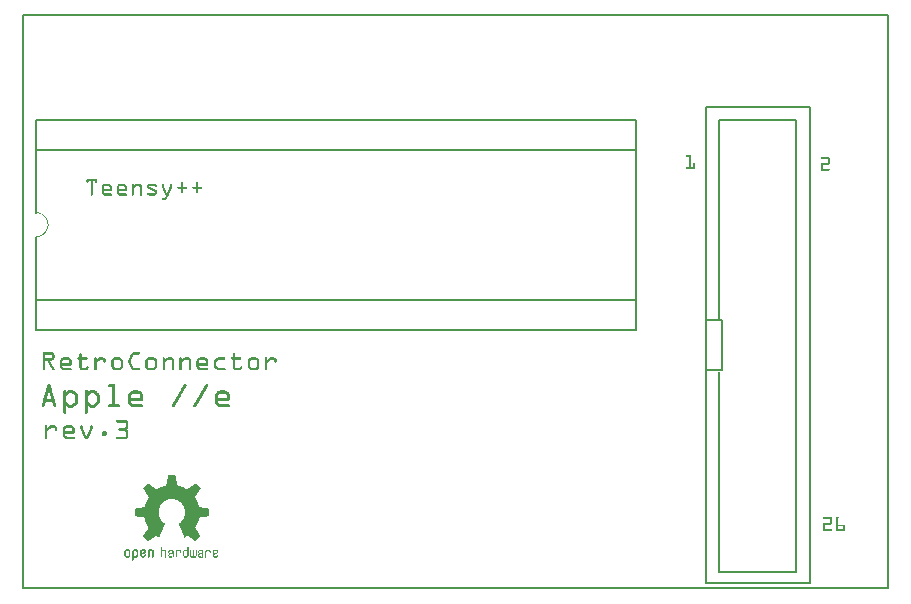
<source format=gto>
G04 MADE WITH FRITZING*
G04 WWW.FRITZING.ORG*
G04 DOUBLE SIDED*
G04 HOLES PLATED*
G04 CONTOUR ON CENTER OF CONTOUR VECTOR*
%ASAXBY*%
%FSLAX23Y23*%
%MOIN*%
%OFA0B0*%
%SFA1.0B1.0*%
%ADD10R,2.892700X1.918680X2.876700X1.902680*%
%ADD11C,0.008000*%
%ADD12R,0.354200X1.595200X0.338200X1.579200*%
%ADD13R,0.063000X0.173200X0.047000X0.157200*%
%ADD14C,0.006000*%
%ADD15R,0.001000X0.001000*%
%LNSILK1*%
G90*
G70*
G54D11*
X4Y1915D02*
X2889Y1915D01*
X2889Y4D01*
X4Y4D01*
X4Y1915D01*
D02*
X2280Y1609D02*
X2626Y1609D01*
X2626Y22D01*
X2280Y22D01*
X2280Y1609D01*
D02*
X2280Y898D02*
X2335Y898D01*
X2335Y733D01*
X2280Y733D01*
X2280Y898D01*
D02*
G54D14*
X2048Y1565D02*
X48Y1565D01*
D02*
X48Y865D02*
X2048Y865D01*
D02*
X2048Y1565D02*
X2048Y1465D01*
D02*
X48Y1565D02*
X48Y1465D01*
D02*
X48Y865D02*
X48Y965D01*
D02*
X48Y1465D02*
X48Y1255D01*
D02*
X2048Y1465D02*
X2048Y965D01*
D02*
X48Y965D02*
X2048Y965D01*
D02*
X48Y965D02*
X48Y1175D01*
D02*
X2048Y965D02*
X2048Y865D01*
D02*
X48Y1465D02*
X2048Y1465D01*
G54D11*
X2323Y899D02*
X2323Y1566D01*
X2582Y1566D01*
X2582Y59D01*
X2323Y59D01*
X2323Y726D01*
D02*
G54D15*
X2215Y1448D02*
X2231Y1448D01*
X2214Y1447D02*
X2231Y1447D01*
X2214Y1446D02*
X2231Y1446D01*
X2214Y1445D02*
X2231Y1445D01*
X2214Y1444D02*
X2231Y1444D01*
X2216Y1443D02*
X2231Y1443D01*
X2226Y1442D02*
X2231Y1442D01*
X2665Y1442D02*
X2690Y1442D01*
X2226Y1441D02*
X2231Y1441D01*
X2664Y1441D02*
X2691Y1441D01*
X2226Y1440D02*
X2231Y1440D01*
X2664Y1440D02*
X2692Y1440D01*
X2226Y1439D02*
X2231Y1439D01*
X2664Y1439D02*
X2693Y1439D01*
X2226Y1438D02*
X2231Y1438D01*
X2665Y1438D02*
X2693Y1438D01*
X2226Y1437D02*
X2231Y1437D01*
X2666Y1437D02*
X2693Y1437D01*
X2226Y1436D02*
X2231Y1436D01*
X2688Y1436D02*
X2693Y1436D01*
X2226Y1435D02*
X2231Y1435D01*
X2688Y1435D02*
X2693Y1435D01*
X2226Y1434D02*
X2231Y1434D01*
X2688Y1434D02*
X2693Y1434D01*
X2226Y1433D02*
X2231Y1433D01*
X2688Y1433D02*
X2693Y1433D01*
X2226Y1432D02*
X2231Y1432D01*
X2688Y1432D02*
X2693Y1432D01*
X2226Y1431D02*
X2231Y1431D01*
X2688Y1431D02*
X2693Y1431D01*
X2226Y1430D02*
X2231Y1430D01*
X2688Y1430D02*
X2693Y1430D01*
X2226Y1429D02*
X2231Y1429D01*
X2688Y1429D02*
X2693Y1429D01*
X2226Y1428D02*
X2231Y1428D01*
X2688Y1428D02*
X2693Y1428D01*
X2226Y1427D02*
X2231Y1427D01*
X2688Y1427D02*
X2693Y1427D01*
X2226Y1426D02*
X2231Y1426D01*
X2688Y1426D02*
X2693Y1426D01*
X2226Y1425D02*
X2231Y1425D01*
X2688Y1425D02*
X2693Y1425D01*
X2226Y1424D02*
X2231Y1424D01*
X2688Y1424D02*
X2693Y1424D01*
X2226Y1423D02*
X2231Y1423D01*
X2240Y1423D02*
X2241Y1423D01*
X2688Y1423D02*
X2693Y1423D01*
X2226Y1422D02*
X2231Y1422D01*
X2238Y1422D02*
X2242Y1422D01*
X2668Y1422D02*
X2693Y1422D01*
X2226Y1421D02*
X2231Y1421D01*
X2238Y1421D02*
X2243Y1421D01*
X2666Y1421D02*
X2693Y1421D01*
X2226Y1420D02*
X2231Y1420D01*
X2238Y1420D02*
X2243Y1420D01*
X2665Y1420D02*
X2693Y1420D01*
X2226Y1419D02*
X2231Y1419D01*
X2238Y1419D02*
X2243Y1419D01*
X2665Y1419D02*
X2692Y1419D01*
X2226Y1418D02*
X2231Y1418D01*
X2238Y1418D02*
X2243Y1418D01*
X2664Y1418D02*
X2691Y1418D01*
X2226Y1417D02*
X2231Y1417D01*
X2238Y1417D02*
X2243Y1417D01*
X2664Y1417D02*
X2690Y1417D01*
X2226Y1416D02*
X2231Y1416D01*
X2238Y1416D02*
X2243Y1416D01*
X2664Y1416D02*
X2669Y1416D01*
X2226Y1415D02*
X2231Y1415D01*
X2238Y1415D02*
X2243Y1415D01*
X2664Y1415D02*
X2669Y1415D01*
X2226Y1414D02*
X2231Y1414D01*
X2238Y1414D02*
X2243Y1414D01*
X2664Y1414D02*
X2669Y1414D01*
X2226Y1413D02*
X2231Y1413D01*
X2238Y1413D02*
X2243Y1413D01*
X2664Y1413D02*
X2669Y1413D01*
X2226Y1412D02*
X2231Y1412D01*
X2238Y1412D02*
X2243Y1412D01*
X2664Y1412D02*
X2669Y1412D01*
X2226Y1411D02*
X2231Y1411D01*
X2238Y1411D02*
X2243Y1411D01*
X2664Y1411D02*
X2669Y1411D01*
X2226Y1410D02*
X2231Y1410D01*
X2238Y1410D02*
X2243Y1410D01*
X2664Y1410D02*
X2669Y1410D01*
X2226Y1409D02*
X2231Y1409D01*
X2238Y1409D02*
X2243Y1409D01*
X2664Y1409D02*
X2669Y1409D01*
X2225Y1408D02*
X2231Y1408D01*
X2238Y1408D02*
X2243Y1408D01*
X2664Y1408D02*
X2669Y1408D01*
X2215Y1407D02*
X2243Y1407D01*
X2664Y1407D02*
X2669Y1407D01*
X2214Y1406D02*
X2243Y1406D01*
X2664Y1406D02*
X2669Y1406D01*
X2214Y1405D02*
X2243Y1405D01*
X2664Y1405D02*
X2669Y1405D01*
X2214Y1404D02*
X2243Y1404D01*
X2664Y1404D02*
X2669Y1404D01*
X2214Y1403D02*
X2242Y1403D01*
X2664Y1403D02*
X2669Y1403D01*
X2216Y1402D02*
X2241Y1402D01*
X2664Y1402D02*
X2669Y1402D01*
X2664Y1401D02*
X2692Y1401D01*
X2664Y1400D02*
X2693Y1400D01*
X2664Y1399D02*
X2693Y1399D01*
X2664Y1398D02*
X2693Y1398D01*
X2664Y1397D02*
X2692Y1397D01*
X2664Y1396D02*
X2691Y1396D01*
X217Y1367D02*
X250Y1367D01*
X216Y1366D02*
X250Y1366D01*
X216Y1365D02*
X250Y1365D01*
X216Y1364D02*
X250Y1364D01*
X216Y1363D02*
X250Y1363D01*
X216Y1362D02*
X250Y1362D01*
X216Y1361D02*
X250Y1361D01*
X216Y1360D02*
X223Y1360D01*
X230Y1360D02*
X236Y1360D01*
X244Y1360D02*
X250Y1360D01*
X216Y1359D02*
X223Y1359D01*
X230Y1359D02*
X236Y1359D01*
X244Y1359D02*
X250Y1359D01*
X217Y1358D02*
X223Y1358D01*
X230Y1358D02*
X236Y1358D01*
X244Y1358D02*
X250Y1358D01*
X217Y1357D02*
X222Y1357D01*
X230Y1357D02*
X236Y1357D01*
X244Y1357D02*
X250Y1357D01*
X533Y1357D02*
X536Y1357D01*
X583Y1357D02*
X586Y1357D01*
X217Y1356D02*
X222Y1356D01*
X230Y1356D02*
X236Y1356D01*
X245Y1356D02*
X249Y1356D01*
X532Y1356D02*
X537Y1356D01*
X582Y1356D02*
X587Y1356D01*
X218Y1355D02*
X221Y1355D01*
X230Y1355D02*
X236Y1355D01*
X246Y1355D02*
X248Y1355D01*
X532Y1355D02*
X537Y1355D01*
X582Y1355D02*
X587Y1355D01*
X230Y1354D02*
X236Y1354D01*
X531Y1354D02*
X537Y1354D01*
X582Y1354D02*
X588Y1354D01*
X230Y1353D02*
X236Y1353D01*
X531Y1353D02*
X537Y1353D01*
X582Y1353D02*
X588Y1353D01*
X230Y1352D02*
X236Y1352D01*
X276Y1352D02*
X291Y1352D01*
X326Y1352D02*
X341Y1352D01*
X369Y1352D02*
X372Y1352D01*
X383Y1352D02*
X393Y1352D01*
X424Y1352D02*
X445Y1352D01*
X469Y1352D02*
X472Y1352D01*
X496Y1352D02*
X500Y1352D01*
X531Y1352D02*
X537Y1352D01*
X582Y1352D02*
X588Y1352D01*
X230Y1351D02*
X236Y1351D01*
X274Y1351D02*
X293Y1351D01*
X324Y1351D02*
X343Y1351D01*
X368Y1351D02*
X373Y1351D01*
X381Y1351D02*
X395Y1351D01*
X422Y1351D02*
X447Y1351D01*
X468Y1351D02*
X473Y1351D01*
X495Y1351D02*
X501Y1351D01*
X531Y1351D02*
X537Y1351D01*
X582Y1351D02*
X588Y1351D01*
X230Y1350D02*
X236Y1350D01*
X273Y1350D02*
X294Y1350D01*
X323Y1350D02*
X344Y1350D01*
X367Y1350D02*
X373Y1350D01*
X379Y1350D02*
X396Y1350D01*
X421Y1350D02*
X448Y1350D01*
X468Y1350D02*
X473Y1350D01*
X495Y1350D02*
X501Y1350D01*
X531Y1350D02*
X537Y1350D01*
X582Y1350D02*
X588Y1350D01*
X230Y1349D02*
X236Y1349D01*
X271Y1349D02*
X296Y1349D01*
X322Y1349D02*
X346Y1349D01*
X367Y1349D02*
X373Y1349D01*
X378Y1349D02*
X397Y1349D01*
X420Y1349D02*
X449Y1349D01*
X467Y1349D02*
X473Y1349D01*
X495Y1349D02*
X501Y1349D01*
X531Y1349D02*
X537Y1349D01*
X582Y1349D02*
X588Y1349D01*
X230Y1348D02*
X236Y1348D01*
X270Y1348D02*
X297Y1348D01*
X321Y1348D02*
X347Y1348D01*
X367Y1348D02*
X373Y1348D01*
X376Y1348D02*
X398Y1348D01*
X419Y1348D02*
X450Y1348D01*
X467Y1348D02*
X473Y1348D01*
X495Y1348D02*
X501Y1348D01*
X531Y1348D02*
X537Y1348D01*
X582Y1348D02*
X588Y1348D01*
X230Y1347D02*
X236Y1347D01*
X269Y1347D02*
X298Y1347D01*
X320Y1347D02*
X348Y1347D01*
X367Y1347D02*
X399Y1347D01*
X419Y1347D02*
X450Y1347D01*
X467Y1347D02*
X473Y1347D01*
X495Y1347D02*
X501Y1347D01*
X531Y1347D02*
X537Y1347D01*
X582Y1347D02*
X588Y1347D01*
X230Y1346D02*
X236Y1346D01*
X269Y1346D02*
X298Y1346D01*
X319Y1346D02*
X349Y1346D01*
X367Y1346D02*
X399Y1346D01*
X418Y1346D02*
X450Y1346D01*
X467Y1346D02*
X473Y1346D01*
X495Y1346D02*
X501Y1346D01*
X531Y1346D02*
X537Y1346D01*
X582Y1346D02*
X588Y1346D01*
X230Y1345D02*
X236Y1345D01*
X268Y1345D02*
X276Y1345D01*
X291Y1345D02*
X299Y1345D01*
X318Y1345D02*
X327Y1345D01*
X341Y1345D02*
X349Y1345D01*
X367Y1345D02*
X383Y1345D01*
X392Y1345D02*
X399Y1345D01*
X418Y1345D02*
X425Y1345D01*
X444Y1345D02*
X450Y1345D01*
X467Y1345D02*
X473Y1345D01*
X495Y1345D02*
X501Y1345D01*
X531Y1345D02*
X537Y1345D01*
X582Y1345D02*
X588Y1345D01*
X230Y1344D02*
X236Y1344D01*
X267Y1344D02*
X275Y1344D01*
X292Y1344D02*
X300Y1344D01*
X318Y1344D02*
X325Y1344D01*
X342Y1344D02*
X350Y1344D01*
X367Y1344D02*
X382Y1344D01*
X393Y1344D02*
X400Y1344D01*
X418Y1344D02*
X424Y1344D01*
X445Y1344D02*
X449Y1344D01*
X467Y1344D02*
X474Y1344D01*
X495Y1344D02*
X501Y1344D01*
X531Y1344D02*
X538Y1344D01*
X581Y1344D02*
X588Y1344D01*
X230Y1343D02*
X236Y1343D01*
X267Y1343D02*
X274Y1343D01*
X293Y1343D02*
X300Y1343D01*
X317Y1343D02*
X324Y1343D01*
X343Y1343D02*
X350Y1343D01*
X367Y1343D02*
X380Y1343D01*
X394Y1343D02*
X400Y1343D01*
X418Y1343D02*
X424Y1343D01*
X446Y1343D02*
X448Y1343D01*
X467Y1343D02*
X474Y1343D01*
X495Y1343D02*
X501Y1343D01*
X519Y1343D02*
X550Y1343D01*
X569Y1343D02*
X600Y1343D01*
X230Y1342D02*
X236Y1342D01*
X267Y1342D02*
X273Y1342D01*
X294Y1342D02*
X300Y1342D01*
X317Y1342D02*
X323Y1342D01*
X344Y1342D02*
X350Y1342D01*
X367Y1342D02*
X379Y1342D01*
X394Y1342D02*
X400Y1342D01*
X418Y1342D02*
X425Y1342D01*
X468Y1342D02*
X474Y1342D01*
X494Y1342D02*
X501Y1342D01*
X518Y1342D02*
X551Y1342D01*
X568Y1342D02*
X601Y1342D01*
X230Y1341D02*
X236Y1341D01*
X267Y1341D02*
X273Y1341D01*
X294Y1341D02*
X300Y1341D01*
X317Y1341D02*
X323Y1341D01*
X344Y1341D02*
X350Y1341D01*
X367Y1341D02*
X377Y1341D01*
X394Y1341D02*
X400Y1341D01*
X419Y1341D02*
X427Y1341D01*
X468Y1341D02*
X475Y1341D01*
X494Y1341D02*
X500Y1341D01*
X518Y1341D02*
X551Y1341D01*
X568Y1341D02*
X601Y1341D01*
X230Y1340D02*
X236Y1340D01*
X267Y1340D02*
X273Y1340D01*
X294Y1340D02*
X300Y1340D01*
X317Y1340D02*
X323Y1340D01*
X344Y1340D02*
X350Y1340D01*
X367Y1340D02*
X376Y1340D01*
X394Y1340D02*
X400Y1340D01*
X419Y1340D02*
X430Y1340D01*
X469Y1340D02*
X475Y1340D01*
X493Y1340D02*
X500Y1340D01*
X518Y1340D02*
X551Y1340D01*
X568Y1340D02*
X601Y1340D01*
X230Y1339D02*
X236Y1339D01*
X267Y1339D02*
X273Y1339D01*
X294Y1339D02*
X300Y1339D01*
X317Y1339D02*
X323Y1339D01*
X344Y1339D02*
X350Y1339D01*
X367Y1339D02*
X374Y1339D01*
X394Y1339D02*
X400Y1339D01*
X420Y1339D02*
X432Y1339D01*
X469Y1339D02*
X476Y1339D01*
X493Y1339D02*
X499Y1339D01*
X518Y1339D02*
X551Y1339D01*
X568Y1339D02*
X601Y1339D01*
X230Y1338D02*
X236Y1338D01*
X267Y1338D02*
X273Y1338D01*
X294Y1338D02*
X300Y1338D01*
X317Y1338D02*
X323Y1338D01*
X344Y1338D02*
X350Y1338D01*
X367Y1338D02*
X373Y1338D01*
X394Y1338D02*
X400Y1338D01*
X420Y1338D02*
X434Y1338D01*
X469Y1338D02*
X476Y1338D01*
X492Y1338D02*
X499Y1338D01*
X519Y1338D02*
X550Y1338D01*
X569Y1338D02*
X600Y1338D01*
X230Y1337D02*
X236Y1337D01*
X267Y1337D02*
X273Y1337D01*
X294Y1337D02*
X300Y1337D01*
X317Y1337D02*
X323Y1337D01*
X344Y1337D02*
X350Y1337D01*
X367Y1337D02*
X373Y1337D01*
X394Y1337D02*
X400Y1337D01*
X421Y1337D02*
X437Y1337D01*
X470Y1337D02*
X477Y1337D01*
X492Y1337D02*
X499Y1337D01*
X520Y1337D02*
X549Y1337D01*
X570Y1337D02*
X599Y1337D01*
X230Y1336D02*
X236Y1336D01*
X267Y1336D02*
X273Y1336D01*
X294Y1336D02*
X300Y1336D01*
X317Y1336D02*
X323Y1336D01*
X344Y1336D02*
X350Y1336D01*
X367Y1336D02*
X373Y1336D01*
X394Y1336D02*
X400Y1336D01*
X423Y1336D02*
X439Y1336D01*
X470Y1336D02*
X477Y1336D01*
X491Y1336D02*
X498Y1336D01*
X531Y1336D02*
X537Y1336D01*
X582Y1336D02*
X588Y1336D01*
X230Y1335D02*
X236Y1335D01*
X267Y1335D02*
X273Y1335D01*
X294Y1335D02*
X300Y1335D01*
X317Y1335D02*
X323Y1335D01*
X344Y1335D02*
X350Y1335D01*
X367Y1335D02*
X373Y1335D01*
X394Y1335D02*
X400Y1335D01*
X425Y1335D02*
X441Y1335D01*
X471Y1335D02*
X477Y1335D01*
X491Y1335D02*
X498Y1335D01*
X531Y1335D02*
X537Y1335D01*
X582Y1335D02*
X588Y1335D01*
X230Y1334D02*
X236Y1334D01*
X267Y1334D02*
X300Y1334D01*
X317Y1334D02*
X350Y1334D01*
X367Y1334D02*
X373Y1334D01*
X394Y1334D02*
X400Y1334D01*
X427Y1334D02*
X444Y1334D01*
X471Y1334D02*
X478Y1334D01*
X491Y1334D02*
X497Y1334D01*
X531Y1334D02*
X537Y1334D01*
X582Y1334D02*
X588Y1334D01*
X230Y1333D02*
X236Y1333D01*
X267Y1333D02*
X300Y1333D01*
X317Y1333D02*
X350Y1333D01*
X367Y1333D02*
X373Y1333D01*
X394Y1333D02*
X400Y1333D01*
X429Y1333D02*
X446Y1333D01*
X472Y1333D02*
X478Y1333D01*
X490Y1333D02*
X497Y1333D01*
X531Y1333D02*
X537Y1333D01*
X582Y1333D02*
X588Y1333D01*
X230Y1332D02*
X236Y1332D01*
X267Y1332D02*
X300Y1332D01*
X317Y1332D02*
X350Y1332D01*
X367Y1332D02*
X373Y1332D01*
X394Y1332D02*
X400Y1332D01*
X432Y1332D02*
X447Y1332D01*
X472Y1332D02*
X479Y1332D01*
X490Y1332D02*
X496Y1332D01*
X531Y1332D02*
X537Y1332D01*
X582Y1332D02*
X588Y1332D01*
X230Y1331D02*
X236Y1331D01*
X267Y1331D02*
X300Y1331D01*
X317Y1331D02*
X350Y1331D01*
X367Y1331D02*
X373Y1331D01*
X394Y1331D02*
X400Y1331D01*
X434Y1331D02*
X448Y1331D01*
X473Y1331D02*
X479Y1331D01*
X489Y1331D02*
X496Y1331D01*
X531Y1331D02*
X537Y1331D01*
X582Y1331D02*
X588Y1331D01*
X230Y1330D02*
X236Y1330D01*
X267Y1330D02*
X300Y1330D01*
X317Y1330D02*
X350Y1330D01*
X367Y1330D02*
X373Y1330D01*
X394Y1330D02*
X400Y1330D01*
X436Y1330D02*
X449Y1330D01*
X473Y1330D02*
X480Y1330D01*
X489Y1330D02*
X496Y1330D01*
X531Y1330D02*
X537Y1330D01*
X582Y1330D02*
X588Y1330D01*
X230Y1329D02*
X236Y1329D01*
X267Y1329D02*
X299Y1329D01*
X317Y1329D02*
X349Y1329D01*
X367Y1329D02*
X373Y1329D01*
X394Y1329D02*
X400Y1329D01*
X439Y1329D02*
X449Y1329D01*
X473Y1329D02*
X480Y1329D01*
X488Y1329D02*
X495Y1329D01*
X531Y1329D02*
X537Y1329D01*
X582Y1329D02*
X588Y1329D01*
X230Y1328D02*
X236Y1328D01*
X267Y1328D02*
X297Y1328D01*
X317Y1328D02*
X347Y1328D01*
X367Y1328D02*
X373Y1328D01*
X394Y1328D02*
X400Y1328D01*
X441Y1328D02*
X450Y1328D01*
X474Y1328D02*
X480Y1328D01*
X488Y1328D02*
X495Y1328D01*
X531Y1328D02*
X537Y1328D01*
X582Y1328D02*
X588Y1328D01*
X230Y1327D02*
X236Y1327D01*
X267Y1327D02*
X273Y1327D01*
X317Y1327D02*
X323Y1327D01*
X367Y1327D02*
X373Y1327D01*
X394Y1327D02*
X400Y1327D01*
X443Y1327D02*
X450Y1327D01*
X474Y1327D02*
X481Y1327D01*
X487Y1327D02*
X494Y1327D01*
X531Y1327D02*
X537Y1327D01*
X582Y1327D02*
X588Y1327D01*
X230Y1326D02*
X236Y1326D01*
X267Y1326D02*
X273Y1326D01*
X317Y1326D02*
X323Y1326D01*
X367Y1326D02*
X373Y1326D01*
X394Y1326D02*
X400Y1326D01*
X444Y1326D02*
X451Y1326D01*
X475Y1326D02*
X481Y1326D01*
X487Y1326D02*
X494Y1326D01*
X531Y1326D02*
X537Y1326D01*
X582Y1326D02*
X588Y1326D01*
X230Y1325D02*
X236Y1325D01*
X267Y1325D02*
X273Y1325D01*
X317Y1325D02*
X323Y1325D01*
X367Y1325D02*
X373Y1325D01*
X394Y1325D02*
X400Y1325D01*
X445Y1325D02*
X451Y1325D01*
X475Y1325D02*
X482Y1325D01*
X487Y1325D02*
X493Y1325D01*
X532Y1325D02*
X537Y1325D01*
X582Y1325D02*
X587Y1325D01*
X230Y1324D02*
X236Y1324D01*
X267Y1324D02*
X273Y1324D01*
X317Y1324D02*
X323Y1324D01*
X367Y1324D02*
X373Y1324D01*
X394Y1324D02*
X400Y1324D01*
X445Y1324D02*
X451Y1324D01*
X476Y1324D02*
X482Y1324D01*
X486Y1324D02*
X493Y1324D01*
X533Y1324D02*
X536Y1324D01*
X583Y1324D02*
X586Y1324D01*
X230Y1323D02*
X236Y1323D01*
X267Y1323D02*
X274Y1323D01*
X317Y1323D02*
X324Y1323D01*
X367Y1323D02*
X373Y1323D01*
X394Y1323D02*
X400Y1323D01*
X420Y1323D02*
X421Y1323D01*
X444Y1323D02*
X451Y1323D01*
X476Y1323D02*
X492Y1323D01*
X230Y1322D02*
X236Y1322D01*
X267Y1322D02*
X275Y1322D01*
X318Y1322D02*
X325Y1322D01*
X367Y1322D02*
X373Y1322D01*
X394Y1322D02*
X400Y1322D01*
X418Y1322D02*
X422Y1322D01*
X444Y1322D02*
X451Y1322D01*
X476Y1322D02*
X492Y1322D01*
X230Y1321D02*
X236Y1321D01*
X268Y1321D02*
X277Y1321D01*
X318Y1321D02*
X327Y1321D01*
X367Y1321D02*
X373Y1321D01*
X394Y1321D02*
X400Y1321D01*
X418Y1321D02*
X424Y1321D01*
X443Y1321D02*
X450Y1321D01*
X477Y1321D02*
X492Y1321D01*
X230Y1320D02*
X236Y1320D01*
X268Y1320D02*
X298Y1320D01*
X319Y1320D02*
X348Y1320D01*
X367Y1320D02*
X373Y1320D01*
X395Y1320D02*
X400Y1320D01*
X417Y1320D02*
X450Y1320D01*
X477Y1320D02*
X491Y1320D01*
X230Y1319D02*
X236Y1319D01*
X269Y1319D02*
X299Y1319D01*
X319Y1319D02*
X350Y1319D01*
X367Y1319D02*
X373Y1319D01*
X395Y1319D02*
X401Y1319D01*
X417Y1319D02*
X450Y1319D01*
X478Y1319D02*
X491Y1319D01*
X230Y1318D02*
X236Y1318D01*
X270Y1318D02*
X300Y1318D01*
X320Y1318D02*
X350Y1318D01*
X367Y1318D02*
X373Y1318D01*
X395Y1318D02*
X401Y1318D01*
X418Y1318D02*
X449Y1318D01*
X478Y1318D02*
X490Y1318D01*
X230Y1317D02*
X236Y1317D01*
X271Y1317D02*
X300Y1317D01*
X321Y1317D02*
X350Y1317D01*
X367Y1317D02*
X373Y1317D01*
X395Y1317D02*
X401Y1317D01*
X419Y1317D02*
X448Y1317D01*
X479Y1317D02*
X490Y1317D01*
X230Y1316D02*
X236Y1316D01*
X272Y1316D02*
X300Y1316D01*
X323Y1316D02*
X350Y1316D01*
X367Y1316D02*
X373Y1316D01*
X395Y1316D02*
X400Y1316D01*
X420Y1316D02*
X447Y1316D01*
X482Y1316D02*
X489Y1316D01*
X231Y1315D02*
X236Y1315D01*
X274Y1315D02*
X300Y1315D01*
X324Y1315D02*
X350Y1315D01*
X368Y1315D02*
X373Y1315D01*
X395Y1315D02*
X400Y1315D01*
X421Y1315D02*
X446Y1315D01*
X482Y1315D02*
X489Y1315D01*
X232Y1314D02*
X235Y1314D01*
X276Y1314D02*
X299Y1314D01*
X326Y1314D02*
X349Y1314D01*
X368Y1314D02*
X372Y1314D01*
X396Y1314D02*
X399Y1314D01*
X424Y1314D02*
X444Y1314D01*
X482Y1314D02*
X489Y1314D01*
X481Y1313D02*
X488Y1313D01*
X481Y1312D02*
X488Y1312D01*
X480Y1311D02*
X487Y1311D01*
X480Y1310D02*
X487Y1310D01*
X480Y1309D02*
X486Y1309D01*
X479Y1308D02*
X486Y1308D01*
X479Y1307D02*
X485Y1307D01*
X478Y1306D02*
X485Y1306D01*
X469Y1305D02*
X485Y1305D01*
X468Y1304D02*
X484Y1304D01*
X468Y1303D02*
X484Y1303D01*
X467Y1302D02*
X483Y1302D01*
X468Y1301D02*
X483Y1301D01*
X468Y1300D02*
X482Y1300D01*
X469Y1299D02*
X481Y1299D01*
X48Y1257D02*
X56Y1257D01*
X48Y1256D02*
X60Y1256D01*
X49Y1255D02*
X62Y1255D01*
X57Y1254D02*
X65Y1254D01*
X60Y1253D02*
X67Y1253D01*
X63Y1252D02*
X68Y1252D01*
X65Y1251D02*
X70Y1251D01*
X67Y1250D02*
X71Y1250D01*
X69Y1249D02*
X73Y1249D01*
X70Y1248D02*
X74Y1248D01*
X72Y1247D02*
X75Y1247D01*
X73Y1246D02*
X76Y1246D01*
X74Y1245D02*
X77Y1245D01*
X75Y1244D02*
X78Y1244D01*
X76Y1243D02*
X79Y1243D01*
X77Y1242D02*
X80Y1242D01*
X78Y1241D02*
X80Y1241D01*
X79Y1240D02*
X81Y1240D01*
X79Y1239D02*
X82Y1239D01*
X80Y1238D02*
X82Y1238D01*
X81Y1237D02*
X83Y1237D01*
X81Y1236D02*
X84Y1236D01*
X82Y1235D02*
X84Y1235D01*
X82Y1234D02*
X85Y1234D01*
X83Y1233D02*
X85Y1233D01*
X83Y1232D02*
X86Y1232D01*
X84Y1231D02*
X86Y1231D01*
X84Y1230D02*
X86Y1230D01*
X85Y1229D02*
X87Y1229D01*
X85Y1228D02*
X87Y1228D01*
X85Y1227D02*
X87Y1227D01*
X85Y1226D02*
X87Y1226D01*
X86Y1225D02*
X88Y1225D01*
X86Y1224D02*
X88Y1224D01*
X86Y1223D02*
X88Y1223D01*
X86Y1222D02*
X88Y1222D01*
X86Y1221D02*
X88Y1221D01*
X86Y1220D02*
X88Y1220D01*
X87Y1219D02*
X89Y1219D01*
X87Y1218D02*
X89Y1218D01*
X87Y1217D02*
X89Y1217D01*
X87Y1216D02*
X89Y1216D01*
X87Y1215D02*
X89Y1215D01*
X87Y1214D02*
X89Y1214D01*
X86Y1213D02*
X88Y1213D01*
X86Y1212D02*
X88Y1212D01*
X86Y1211D02*
X88Y1211D01*
X86Y1210D02*
X88Y1210D01*
X86Y1209D02*
X88Y1209D01*
X86Y1208D02*
X88Y1208D01*
X85Y1207D02*
X87Y1207D01*
X85Y1206D02*
X87Y1206D01*
X85Y1205D02*
X87Y1205D01*
X85Y1204D02*
X87Y1204D01*
X84Y1203D02*
X86Y1203D01*
X84Y1202D02*
X86Y1202D01*
X83Y1201D02*
X86Y1201D01*
X83Y1200D02*
X85Y1200D01*
X82Y1199D02*
X85Y1199D01*
X82Y1198D02*
X84Y1198D01*
X81Y1197D02*
X84Y1197D01*
X81Y1196D02*
X83Y1196D01*
X80Y1195D02*
X83Y1195D01*
X79Y1194D02*
X82Y1194D01*
X79Y1193D02*
X81Y1193D01*
X78Y1192D02*
X80Y1192D01*
X77Y1191D02*
X80Y1191D01*
X76Y1190D02*
X79Y1190D01*
X75Y1189D02*
X78Y1189D01*
X74Y1188D02*
X77Y1188D01*
X73Y1187D02*
X76Y1187D01*
X72Y1186D02*
X75Y1186D01*
X70Y1185D02*
X74Y1185D01*
X69Y1184D02*
X73Y1184D01*
X67Y1183D02*
X71Y1183D01*
X65Y1182D02*
X70Y1182D01*
X63Y1181D02*
X68Y1181D01*
X61Y1180D02*
X67Y1180D01*
X57Y1179D02*
X65Y1179D01*
X49Y1178D02*
X62Y1178D01*
X48Y1177D02*
X60Y1177D01*
X48Y1176D02*
X56Y1176D01*
X71Y791D02*
X101Y791D01*
X373Y791D02*
X392Y791D01*
X71Y790D02*
X103Y790D01*
X371Y790D02*
X393Y790D01*
X71Y789D02*
X105Y789D01*
X369Y789D02*
X394Y789D01*
X71Y788D02*
X106Y788D01*
X196Y788D02*
X197Y788D01*
X368Y788D02*
X394Y788D01*
X708Y788D02*
X709Y788D01*
X71Y787D02*
X107Y787D01*
X194Y787D02*
X198Y787D01*
X367Y787D02*
X394Y787D01*
X706Y787D02*
X711Y787D01*
X71Y786D02*
X107Y786D01*
X193Y786D02*
X199Y786D01*
X366Y786D02*
X394Y786D01*
X705Y786D02*
X711Y786D01*
X71Y785D02*
X108Y785D01*
X193Y785D02*
X200Y785D01*
X366Y785D02*
X393Y785D01*
X705Y785D02*
X712Y785D01*
X71Y784D02*
X108Y784D01*
X193Y784D02*
X200Y784D01*
X365Y784D02*
X392Y784D01*
X705Y784D02*
X712Y784D01*
X71Y783D02*
X78Y783D01*
X100Y783D02*
X109Y783D01*
X193Y783D02*
X200Y783D01*
X365Y783D02*
X373Y783D01*
X705Y783D02*
X712Y783D01*
X71Y782D02*
X78Y782D01*
X101Y782D02*
X109Y782D01*
X193Y782D02*
X200Y782D01*
X364Y782D02*
X372Y782D01*
X705Y782D02*
X712Y782D01*
X71Y781D02*
X78Y781D01*
X102Y781D02*
X109Y781D01*
X193Y781D02*
X200Y781D01*
X364Y781D02*
X372Y781D01*
X705Y781D02*
X712Y781D01*
X71Y780D02*
X78Y780D01*
X102Y780D02*
X109Y780D01*
X193Y780D02*
X200Y780D01*
X363Y780D02*
X371Y780D01*
X705Y780D02*
X712Y780D01*
X71Y779D02*
X78Y779D01*
X102Y779D02*
X109Y779D01*
X193Y779D02*
X200Y779D01*
X363Y779D02*
X371Y779D01*
X705Y779D02*
X712Y779D01*
X71Y778D02*
X78Y778D01*
X102Y778D02*
X109Y778D01*
X193Y778D02*
X200Y778D01*
X362Y778D02*
X370Y778D01*
X705Y778D02*
X712Y778D01*
X71Y777D02*
X78Y777D01*
X102Y777D02*
X109Y777D01*
X193Y777D02*
X200Y777D01*
X362Y777D02*
X370Y777D01*
X705Y777D02*
X712Y777D01*
X71Y776D02*
X78Y776D01*
X102Y776D02*
X109Y776D01*
X193Y776D02*
X200Y776D01*
X361Y776D02*
X369Y776D01*
X705Y776D02*
X712Y776D01*
X71Y775D02*
X78Y775D01*
X102Y775D02*
X109Y775D01*
X193Y775D02*
X200Y775D01*
X361Y775D02*
X369Y775D01*
X705Y775D02*
X712Y775D01*
X71Y774D02*
X78Y774D01*
X102Y774D02*
X109Y774D01*
X139Y774D02*
X156Y774D01*
X187Y774D02*
X218Y774D01*
X244Y774D02*
X247Y774D01*
X259Y774D02*
X272Y774D01*
X309Y774D02*
X326Y774D01*
X360Y774D02*
X368Y774D01*
X423Y774D02*
X440Y774D01*
X471Y774D02*
X475Y774D01*
X487Y774D02*
X499Y774D01*
X528Y774D02*
X532Y774D01*
X544Y774D02*
X556Y774D01*
X594Y774D02*
X611Y774D01*
X655Y774D02*
X677Y774D01*
X699Y774D02*
X730Y774D01*
X765Y774D02*
X782Y774D01*
X813Y774D02*
X816Y774D01*
X828Y774D02*
X842Y774D01*
X71Y773D02*
X78Y773D01*
X102Y773D02*
X109Y773D01*
X137Y773D02*
X158Y773D01*
X186Y773D02*
X218Y773D01*
X243Y773D02*
X248Y773D01*
X258Y773D02*
X274Y773D01*
X307Y773D02*
X328Y773D01*
X360Y773D02*
X368Y773D01*
X421Y773D02*
X442Y773D01*
X470Y773D02*
X476Y773D01*
X485Y773D02*
X501Y773D01*
X527Y773D02*
X533Y773D01*
X542Y773D02*
X558Y773D01*
X592Y773D02*
X613Y773D01*
X653Y773D02*
X678Y773D01*
X698Y773D02*
X731Y773D01*
X763Y773D02*
X784Y773D01*
X812Y773D02*
X817Y773D01*
X827Y773D02*
X844Y773D01*
X71Y772D02*
X78Y772D01*
X100Y772D02*
X109Y772D01*
X135Y772D02*
X159Y772D01*
X185Y772D02*
X219Y772D01*
X242Y772D02*
X249Y772D01*
X257Y772D02*
X276Y772D01*
X306Y772D02*
X330Y772D01*
X359Y772D02*
X367Y772D01*
X420Y772D02*
X444Y772D01*
X470Y772D02*
X476Y772D01*
X484Y772D02*
X502Y772D01*
X527Y772D02*
X533Y772D01*
X541Y772D02*
X559Y772D01*
X591Y772D02*
X614Y772D01*
X651Y772D02*
X678Y772D01*
X697Y772D02*
X731Y772D01*
X761Y772D02*
X785Y772D01*
X811Y772D02*
X818Y772D01*
X826Y772D02*
X845Y772D01*
X71Y771D02*
X109Y771D01*
X134Y771D02*
X160Y771D01*
X185Y771D02*
X219Y771D01*
X242Y771D02*
X249Y771D01*
X256Y771D02*
X277Y771D01*
X305Y771D02*
X331Y771D01*
X359Y771D02*
X367Y771D01*
X419Y771D02*
X445Y771D01*
X470Y771D02*
X476Y771D01*
X482Y771D02*
X504Y771D01*
X526Y771D02*
X533Y771D01*
X539Y771D02*
X560Y771D01*
X589Y771D02*
X616Y771D01*
X650Y771D02*
X678Y771D01*
X697Y771D02*
X731Y771D01*
X760Y771D02*
X786Y771D01*
X811Y771D02*
X818Y771D01*
X825Y771D02*
X846Y771D01*
X71Y770D02*
X108Y770D01*
X133Y770D02*
X162Y770D01*
X185Y770D02*
X219Y770D01*
X242Y770D02*
X249Y770D01*
X254Y770D02*
X278Y770D01*
X304Y770D02*
X332Y770D01*
X358Y770D02*
X366Y770D01*
X417Y770D02*
X446Y770D01*
X470Y770D02*
X477Y770D01*
X481Y770D02*
X504Y770D01*
X526Y770D02*
X533Y770D01*
X537Y770D02*
X561Y770D01*
X588Y770D02*
X617Y770D01*
X649Y770D02*
X678Y770D01*
X697Y770D02*
X731Y770D01*
X759Y770D02*
X788Y770D01*
X811Y770D02*
X818Y770D01*
X824Y770D02*
X847Y770D01*
X71Y769D02*
X107Y769D01*
X132Y769D02*
X163Y769D01*
X185Y769D02*
X219Y769D01*
X242Y769D02*
X249Y769D01*
X253Y769D02*
X278Y769D01*
X302Y769D02*
X333Y769D01*
X358Y769D02*
X366Y769D01*
X416Y769D02*
X447Y769D01*
X470Y769D02*
X477Y769D01*
X479Y769D02*
X505Y769D01*
X526Y769D02*
X533Y769D01*
X536Y769D02*
X562Y769D01*
X587Y769D02*
X618Y769D01*
X648Y769D02*
X678Y769D01*
X698Y769D02*
X731Y769D01*
X758Y769D02*
X789Y769D01*
X811Y769D02*
X818Y769D01*
X822Y769D02*
X848Y769D01*
X71Y768D02*
X107Y768D01*
X131Y768D02*
X164Y768D01*
X186Y768D02*
X218Y768D01*
X242Y768D02*
X249Y768D01*
X252Y768D02*
X279Y768D01*
X302Y768D02*
X334Y768D01*
X357Y768D02*
X365Y768D01*
X415Y768D02*
X448Y768D01*
X470Y768D02*
X506Y768D01*
X526Y768D02*
X563Y768D01*
X586Y768D02*
X619Y768D01*
X646Y768D02*
X677Y768D01*
X698Y768D02*
X730Y768D01*
X757Y768D02*
X790Y768D01*
X811Y768D02*
X818Y768D01*
X821Y768D02*
X848Y768D01*
X71Y767D02*
X106Y767D01*
X130Y767D02*
X164Y767D01*
X188Y767D02*
X217Y767D01*
X242Y767D02*
X249Y767D01*
X251Y767D02*
X279Y767D01*
X301Y767D02*
X335Y767D01*
X357Y767D02*
X365Y767D01*
X415Y767D02*
X449Y767D01*
X470Y767D02*
X506Y767D01*
X526Y767D02*
X563Y767D01*
X585Y767D02*
X620Y767D01*
X645Y767D02*
X676Y767D01*
X700Y767D02*
X729Y767D01*
X756Y767D02*
X790Y767D01*
X811Y767D02*
X818Y767D01*
X820Y767D02*
X849Y767D01*
X71Y766D02*
X105Y766D01*
X130Y766D02*
X139Y766D01*
X155Y766D02*
X165Y766D01*
X193Y766D02*
X200Y766D01*
X242Y766D02*
X261Y766D01*
X272Y766D02*
X280Y766D01*
X300Y766D02*
X310Y766D01*
X326Y766D02*
X336Y766D01*
X357Y766D02*
X364Y766D01*
X414Y766D02*
X424Y766D01*
X440Y766D02*
X450Y766D01*
X470Y766D02*
X488Y766D01*
X498Y766D02*
X506Y766D01*
X526Y766D02*
X545Y766D01*
X555Y766D02*
X563Y766D01*
X585Y766D02*
X595Y766D01*
X610Y766D02*
X620Y766D01*
X644Y766D02*
X656Y766D01*
X705Y766D02*
X712Y766D01*
X756Y766D02*
X765Y766D01*
X781Y766D02*
X791Y766D01*
X811Y766D02*
X830Y766D01*
X841Y766D02*
X849Y766D01*
X71Y765D02*
X103Y765D01*
X129Y765D02*
X138Y765D01*
X157Y765D02*
X165Y765D01*
X193Y765D02*
X200Y765D01*
X242Y765D02*
X260Y765D01*
X273Y765D02*
X280Y765D01*
X300Y765D02*
X309Y765D01*
X327Y765D02*
X336Y765D01*
X356Y765D02*
X364Y765D01*
X414Y765D02*
X423Y765D01*
X441Y765D02*
X450Y765D01*
X470Y765D02*
X487Y765D01*
X499Y765D02*
X507Y765D01*
X526Y765D02*
X543Y765D01*
X556Y765D02*
X563Y765D01*
X584Y765D02*
X593Y765D01*
X612Y765D02*
X621Y765D01*
X643Y765D02*
X654Y765D01*
X705Y765D02*
X712Y765D01*
X755Y765D02*
X764Y765D01*
X783Y765D02*
X791Y765D01*
X811Y765D02*
X829Y765D01*
X842Y765D02*
X849Y765D01*
X71Y764D02*
X101Y764D01*
X129Y764D02*
X137Y764D01*
X158Y764D02*
X166Y764D01*
X193Y764D02*
X200Y764D01*
X242Y764D02*
X259Y764D01*
X273Y764D02*
X280Y764D01*
X299Y764D02*
X308Y764D01*
X328Y764D02*
X337Y764D01*
X356Y764D02*
X363Y764D01*
X413Y764D02*
X422Y764D01*
X442Y764D02*
X450Y764D01*
X470Y764D02*
X485Y764D01*
X500Y764D02*
X507Y764D01*
X526Y764D02*
X542Y764D01*
X557Y764D02*
X564Y764D01*
X584Y764D02*
X592Y764D01*
X613Y764D02*
X621Y764D01*
X642Y764D02*
X653Y764D01*
X705Y764D02*
X712Y764D01*
X755Y764D02*
X763Y764D01*
X784Y764D02*
X792Y764D01*
X811Y764D02*
X828Y764D01*
X842Y764D02*
X849Y764D01*
X71Y763D02*
X78Y763D01*
X85Y763D02*
X93Y763D01*
X128Y763D02*
X136Y763D01*
X158Y763D02*
X166Y763D01*
X193Y763D02*
X200Y763D01*
X242Y763D02*
X258Y763D01*
X273Y763D02*
X280Y763D01*
X299Y763D02*
X307Y763D01*
X329Y763D02*
X337Y763D01*
X356Y763D02*
X363Y763D01*
X413Y763D02*
X421Y763D01*
X443Y763D02*
X451Y763D01*
X470Y763D02*
X483Y763D01*
X500Y763D02*
X507Y763D01*
X526Y763D02*
X540Y763D01*
X557Y763D02*
X564Y763D01*
X584Y763D02*
X591Y763D01*
X614Y763D02*
X621Y763D01*
X642Y763D02*
X652Y763D01*
X705Y763D02*
X712Y763D01*
X754Y763D02*
X762Y763D01*
X785Y763D02*
X792Y763D01*
X811Y763D02*
X827Y763D01*
X842Y763D02*
X849Y763D01*
X71Y762D02*
X78Y762D01*
X85Y762D02*
X94Y762D01*
X128Y762D02*
X135Y762D01*
X159Y762D02*
X166Y762D01*
X193Y762D02*
X200Y762D01*
X242Y762D02*
X256Y762D01*
X273Y762D02*
X280Y762D01*
X299Y762D02*
X306Y762D01*
X330Y762D02*
X337Y762D01*
X356Y762D02*
X363Y762D01*
X413Y762D02*
X420Y762D01*
X444Y762D02*
X451Y762D01*
X470Y762D02*
X482Y762D01*
X500Y762D02*
X507Y762D01*
X526Y762D02*
X539Y762D01*
X557Y762D02*
X564Y762D01*
X583Y762D02*
X591Y762D01*
X614Y762D02*
X622Y762D01*
X641Y762D02*
X651Y762D01*
X705Y762D02*
X712Y762D01*
X754Y762D02*
X761Y762D01*
X785Y762D02*
X792Y762D01*
X811Y762D02*
X825Y762D01*
X842Y762D02*
X849Y762D01*
X71Y761D02*
X78Y761D01*
X86Y761D02*
X94Y761D01*
X128Y761D02*
X135Y761D01*
X159Y761D02*
X166Y761D01*
X193Y761D02*
X200Y761D01*
X242Y761D02*
X255Y761D01*
X273Y761D02*
X280Y761D01*
X299Y761D02*
X306Y761D01*
X330Y761D02*
X337Y761D01*
X356Y761D02*
X363Y761D01*
X413Y761D02*
X420Y761D01*
X444Y761D02*
X451Y761D01*
X470Y761D02*
X480Y761D01*
X500Y761D02*
X507Y761D01*
X526Y761D02*
X537Y761D01*
X557Y761D02*
X564Y761D01*
X583Y761D02*
X590Y761D01*
X615Y761D02*
X622Y761D01*
X641Y761D02*
X650Y761D01*
X705Y761D02*
X712Y761D01*
X754Y761D02*
X761Y761D01*
X785Y761D02*
X792Y761D01*
X811Y761D02*
X824Y761D01*
X842Y761D02*
X849Y761D01*
X71Y760D02*
X78Y760D01*
X87Y760D02*
X95Y760D01*
X128Y760D02*
X135Y760D01*
X159Y760D02*
X166Y760D01*
X193Y760D02*
X200Y760D01*
X242Y760D02*
X254Y760D01*
X273Y760D02*
X280Y760D01*
X299Y760D02*
X306Y760D01*
X330Y760D02*
X337Y760D01*
X356Y760D02*
X363Y760D01*
X413Y760D02*
X420Y760D01*
X444Y760D02*
X451Y760D01*
X470Y760D02*
X479Y760D01*
X500Y760D02*
X507Y760D01*
X526Y760D02*
X536Y760D01*
X557Y760D02*
X564Y760D01*
X583Y760D02*
X590Y760D01*
X615Y760D02*
X622Y760D01*
X641Y760D02*
X649Y760D01*
X705Y760D02*
X712Y760D01*
X754Y760D02*
X761Y760D01*
X785Y760D02*
X792Y760D01*
X811Y760D02*
X823Y760D01*
X842Y760D02*
X849Y760D01*
X71Y759D02*
X78Y759D01*
X87Y759D02*
X95Y759D01*
X128Y759D02*
X135Y759D01*
X159Y759D02*
X166Y759D01*
X193Y759D02*
X200Y759D01*
X242Y759D02*
X253Y759D01*
X274Y759D02*
X280Y759D01*
X299Y759D02*
X306Y759D01*
X330Y759D02*
X337Y759D01*
X356Y759D02*
X363Y759D01*
X413Y759D02*
X420Y759D01*
X444Y759D02*
X451Y759D01*
X470Y759D02*
X477Y759D01*
X500Y759D02*
X507Y759D01*
X526Y759D02*
X534Y759D01*
X557Y759D02*
X564Y759D01*
X583Y759D02*
X590Y759D01*
X615Y759D02*
X622Y759D01*
X640Y759D02*
X648Y759D01*
X705Y759D02*
X712Y759D01*
X754Y759D02*
X761Y759D01*
X785Y759D02*
X792Y759D01*
X811Y759D02*
X822Y759D01*
X843Y759D02*
X849Y759D01*
X71Y758D02*
X78Y758D01*
X88Y758D02*
X96Y758D01*
X128Y758D02*
X135Y758D01*
X159Y758D02*
X166Y758D01*
X193Y758D02*
X200Y758D01*
X242Y758D02*
X252Y758D01*
X274Y758D02*
X279Y758D01*
X299Y758D02*
X306Y758D01*
X330Y758D02*
X337Y758D01*
X356Y758D02*
X363Y758D01*
X413Y758D02*
X420Y758D01*
X444Y758D02*
X451Y758D01*
X470Y758D02*
X477Y758D01*
X500Y758D02*
X507Y758D01*
X526Y758D02*
X533Y758D01*
X557Y758D02*
X564Y758D01*
X583Y758D02*
X590Y758D01*
X615Y758D02*
X622Y758D01*
X640Y758D02*
X647Y758D01*
X705Y758D02*
X712Y758D01*
X754Y758D02*
X761Y758D01*
X785Y758D02*
X792Y758D01*
X811Y758D02*
X821Y758D01*
X843Y758D02*
X848Y758D01*
X71Y757D02*
X78Y757D01*
X88Y757D02*
X97Y757D01*
X128Y757D02*
X135Y757D01*
X159Y757D02*
X166Y757D01*
X193Y757D02*
X200Y757D01*
X242Y757D02*
X251Y757D01*
X276Y757D02*
X277Y757D01*
X299Y757D02*
X306Y757D01*
X330Y757D02*
X337Y757D01*
X356Y757D02*
X363Y757D01*
X413Y757D02*
X420Y757D01*
X444Y757D02*
X451Y757D01*
X470Y757D02*
X477Y757D01*
X500Y757D02*
X507Y757D01*
X526Y757D02*
X533Y757D01*
X557Y757D02*
X564Y757D01*
X583Y757D02*
X590Y757D01*
X615Y757D02*
X622Y757D01*
X640Y757D02*
X647Y757D01*
X705Y757D02*
X712Y757D01*
X754Y757D02*
X761Y757D01*
X785Y757D02*
X792Y757D01*
X811Y757D02*
X820Y757D01*
X845Y757D02*
X846Y757D01*
X71Y756D02*
X78Y756D01*
X89Y756D02*
X97Y756D01*
X128Y756D02*
X135Y756D01*
X159Y756D02*
X166Y756D01*
X193Y756D02*
X200Y756D01*
X242Y756D02*
X249Y756D01*
X299Y756D02*
X306Y756D01*
X330Y756D02*
X337Y756D01*
X356Y756D02*
X364Y756D01*
X413Y756D02*
X420Y756D01*
X444Y756D02*
X451Y756D01*
X470Y756D02*
X477Y756D01*
X500Y756D02*
X507Y756D01*
X526Y756D02*
X533Y756D01*
X557Y756D02*
X564Y756D01*
X583Y756D02*
X590Y756D01*
X615Y756D02*
X622Y756D01*
X640Y756D02*
X647Y756D01*
X705Y756D02*
X712Y756D01*
X754Y756D02*
X761Y756D01*
X785Y756D02*
X792Y756D01*
X811Y756D02*
X819Y756D01*
X71Y755D02*
X78Y755D01*
X89Y755D02*
X98Y755D01*
X128Y755D02*
X135Y755D01*
X159Y755D02*
X166Y755D01*
X193Y755D02*
X200Y755D01*
X242Y755D02*
X249Y755D01*
X299Y755D02*
X306Y755D01*
X330Y755D02*
X337Y755D01*
X357Y755D02*
X364Y755D01*
X413Y755D02*
X420Y755D01*
X444Y755D02*
X451Y755D01*
X470Y755D02*
X477Y755D01*
X500Y755D02*
X507Y755D01*
X526Y755D02*
X533Y755D01*
X557Y755D02*
X564Y755D01*
X583Y755D02*
X590Y755D01*
X615Y755D02*
X622Y755D01*
X640Y755D02*
X647Y755D01*
X705Y755D02*
X712Y755D01*
X754Y755D02*
X761Y755D01*
X785Y755D02*
X792Y755D01*
X811Y755D02*
X818Y755D01*
X71Y754D02*
X78Y754D01*
X90Y754D02*
X98Y754D01*
X128Y754D02*
X166Y754D01*
X193Y754D02*
X200Y754D01*
X242Y754D02*
X249Y754D01*
X299Y754D02*
X306Y754D01*
X330Y754D02*
X337Y754D01*
X357Y754D02*
X365Y754D01*
X413Y754D02*
X420Y754D01*
X444Y754D02*
X451Y754D01*
X470Y754D02*
X477Y754D01*
X500Y754D02*
X507Y754D01*
X526Y754D02*
X533Y754D01*
X557Y754D02*
X564Y754D01*
X583Y754D02*
X622Y754D01*
X640Y754D02*
X647Y754D01*
X705Y754D02*
X712Y754D01*
X754Y754D02*
X761Y754D01*
X785Y754D02*
X792Y754D01*
X811Y754D02*
X818Y754D01*
X71Y753D02*
X78Y753D01*
X91Y753D02*
X99Y753D01*
X128Y753D02*
X166Y753D01*
X193Y753D02*
X200Y753D01*
X242Y753D02*
X249Y753D01*
X299Y753D02*
X306Y753D01*
X330Y753D02*
X337Y753D01*
X357Y753D02*
X365Y753D01*
X413Y753D02*
X420Y753D01*
X444Y753D02*
X451Y753D01*
X470Y753D02*
X477Y753D01*
X500Y753D02*
X507Y753D01*
X526Y753D02*
X533Y753D01*
X557Y753D02*
X564Y753D01*
X583Y753D02*
X622Y753D01*
X640Y753D02*
X647Y753D01*
X705Y753D02*
X712Y753D01*
X754Y753D02*
X761Y753D01*
X785Y753D02*
X792Y753D01*
X811Y753D02*
X818Y753D01*
X71Y752D02*
X78Y752D01*
X91Y752D02*
X100Y752D01*
X128Y752D02*
X166Y752D01*
X193Y752D02*
X200Y752D01*
X242Y752D02*
X249Y752D01*
X299Y752D02*
X306Y752D01*
X330Y752D02*
X337Y752D01*
X358Y752D02*
X366Y752D01*
X413Y752D02*
X420Y752D01*
X444Y752D02*
X451Y752D01*
X470Y752D02*
X477Y752D01*
X500Y752D02*
X507Y752D01*
X526Y752D02*
X533Y752D01*
X557Y752D02*
X564Y752D01*
X583Y752D02*
X622Y752D01*
X640Y752D02*
X647Y752D01*
X705Y752D02*
X712Y752D01*
X754Y752D02*
X761Y752D01*
X785Y752D02*
X792Y752D01*
X811Y752D02*
X818Y752D01*
X71Y751D02*
X78Y751D01*
X92Y751D02*
X100Y751D01*
X128Y751D02*
X166Y751D01*
X193Y751D02*
X200Y751D01*
X242Y751D02*
X249Y751D01*
X299Y751D02*
X306Y751D01*
X330Y751D02*
X337Y751D01*
X358Y751D02*
X366Y751D01*
X413Y751D02*
X420Y751D01*
X444Y751D02*
X451Y751D01*
X470Y751D02*
X477Y751D01*
X500Y751D02*
X507Y751D01*
X526Y751D02*
X533Y751D01*
X557Y751D02*
X564Y751D01*
X583Y751D02*
X622Y751D01*
X640Y751D02*
X647Y751D01*
X705Y751D02*
X712Y751D01*
X754Y751D02*
X761Y751D01*
X785Y751D02*
X792Y751D01*
X811Y751D02*
X818Y751D01*
X71Y750D02*
X78Y750D01*
X92Y750D02*
X101Y750D01*
X128Y750D02*
X166Y750D01*
X193Y750D02*
X200Y750D01*
X242Y750D02*
X249Y750D01*
X299Y750D02*
X306Y750D01*
X330Y750D02*
X337Y750D01*
X359Y750D02*
X367Y750D01*
X413Y750D02*
X420Y750D01*
X444Y750D02*
X451Y750D01*
X470Y750D02*
X477Y750D01*
X500Y750D02*
X507Y750D01*
X526Y750D02*
X533Y750D01*
X557Y750D02*
X564Y750D01*
X583Y750D02*
X622Y750D01*
X640Y750D02*
X647Y750D01*
X705Y750D02*
X712Y750D01*
X754Y750D02*
X761Y750D01*
X785Y750D02*
X792Y750D01*
X811Y750D02*
X818Y750D01*
X71Y749D02*
X78Y749D01*
X93Y749D02*
X101Y749D01*
X128Y749D02*
X166Y749D01*
X193Y749D02*
X200Y749D01*
X242Y749D02*
X249Y749D01*
X299Y749D02*
X306Y749D01*
X330Y749D02*
X337Y749D01*
X359Y749D02*
X367Y749D01*
X413Y749D02*
X420Y749D01*
X444Y749D02*
X451Y749D01*
X470Y749D02*
X477Y749D01*
X500Y749D02*
X507Y749D01*
X526Y749D02*
X533Y749D01*
X557Y749D02*
X564Y749D01*
X583Y749D02*
X621Y749D01*
X640Y749D02*
X647Y749D01*
X705Y749D02*
X712Y749D01*
X754Y749D02*
X761Y749D01*
X785Y749D02*
X792Y749D01*
X811Y749D02*
X818Y749D01*
X71Y748D02*
X78Y748D01*
X94Y748D02*
X102Y748D01*
X128Y748D02*
X165Y748D01*
X193Y748D02*
X200Y748D01*
X242Y748D02*
X249Y748D01*
X299Y748D02*
X306Y748D01*
X330Y748D02*
X337Y748D01*
X360Y748D02*
X368Y748D01*
X413Y748D02*
X420Y748D01*
X444Y748D02*
X451Y748D01*
X470Y748D02*
X477Y748D01*
X500Y748D02*
X507Y748D01*
X526Y748D02*
X533Y748D01*
X557Y748D02*
X564Y748D01*
X583Y748D02*
X620Y748D01*
X640Y748D02*
X647Y748D01*
X705Y748D02*
X712Y748D01*
X754Y748D02*
X761Y748D01*
X785Y748D02*
X792Y748D01*
X811Y748D02*
X818Y748D01*
X71Y747D02*
X78Y747D01*
X94Y747D02*
X102Y747D01*
X128Y747D02*
X164Y747D01*
X193Y747D02*
X200Y747D01*
X242Y747D02*
X249Y747D01*
X299Y747D02*
X306Y747D01*
X330Y747D02*
X337Y747D01*
X360Y747D02*
X368Y747D01*
X413Y747D02*
X420Y747D01*
X444Y747D02*
X451Y747D01*
X470Y747D02*
X477Y747D01*
X500Y747D02*
X507Y747D01*
X526Y747D02*
X533Y747D01*
X557Y747D02*
X564Y747D01*
X583Y747D02*
X619Y747D01*
X640Y747D02*
X647Y747D01*
X705Y747D02*
X712Y747D01*
X754Y747D02*
X761Y747D01*
X785Y747D02*
X792Y747D01*
X811Y747D02*
X818Y747D01*
X71Y746D02*
X78Y746D01*
X95Y746D02*
X103Y746D01*
X128Y746D02*
X135Y746D01*
X193Y746D02*
X200Y746D01*
X242Y746D02*
X249Y746D01*
X299Y746D02*
X306Y746D01*
X330Y746D02*
X337Y746D01*
X361Y746D02*
X369Y746D01*
X413Y746D02*
X420Y746D01*
X444Y746D02*
X451Y746D01*
X470Y746D02*
X477Y746D01*
X500Y746D02*
X507Y746D01*
X526Y746D02*
X533Y746D01*
X557Y746D02*
X564Y746D01*
X583Y746D02*
X590Y746D01*
X640Y746D02*
X648Y746D01*
X705Y746D02*
X712Y746D01*
X754Y746D02*
X761Y746D01*
X785Y746D02*
X792Y746D01*
X811Y746D02*
X818Y746D01*
X71Y745D02*
X78Y745D01*
X95Y745D02*
X104Y745D01*
X128Y745D02*
X135Y745D01*
X193Y745D02*
X200Y745D01*
X242Y745D02*
X249Y745D01*
X299Y745D02*
X306Y745D01*
X330Y745D02*
X337Y745D01*
X361Y745D02*
X369Y745D01*
X413Y745D02*
X420Y745D01*
X444Y745D02*
X451Y745D01*
X470Y745D02*
X477Y745D01*
X500Y745D02*
X507Y745D01*
X526Y745D02*
X533Y745D01*
X557Y745D02*
X564Y745D01*
X583Y745D02*
X590Y745D01*
X641Y745D02*
X648Y745D01*
X705Y745D02*
X712Y745D01*
X754Y745D02*
X761Y745D01*
X785Y745D02*
X792Y745D01*
X811Y745D02*
X818Y745D01*
X71Y744D02*
X78Y744D01*
X96Y744D02*
X104Y744D01*
X128Y744D02*
X135Y744D01*
X193Y744D02*
X200Y744D01*
X218Y744D02*
X221Y744D01*
X242Y744D02*
X249Y744D01*
X299Y744D02*
X306Y744D01*
X330Y744D02*
X337Y744D01*
X362Y744D02*
X370Y744D01*
X413Y744D02*
X420Y744D01*
X444Y744D02*
X451Y744D01*
X470Y744D02*
X477Y744D01*
X500Y744D02*
X507Y744D01*
X526Y744D02*
X533Y744D01*
X557Y744D02*
X564Y744D01*
X583Y744D02*
X590Y744D01*
X641Y744D02*
X649Y744D01*
X705Y744D02*
X712Y744D01*
X730Y744D02*
X734Y744D01*
X754Y744D02*
X761Y744D01*
X785Y744D02*
X792Y744D01*
X811Y744D02*
X818Y744D01*
X71Y743D02*
X78Y743D01*
X96Y743D02*
X105Y743D01*
X128Y743D02*
X135Y743D01*
X193Y743D02*
X200Y743D01*
X217Y743D02*
X222Y743D01*
X242Y743D02*
X249Y743D01*
X299Y743D02*
X306Y743D01*
X330Y743D02*
X337Y743D01*
X362Y743D02*
X370Y743D01*
X413Y743D02*
X420Y743D01*
X444Y743D02*
X451Y743D01*
X470Y743D02*
X477Y743D01*
X500Y743D02*
X507Y743D01*
X526Y743D02*
X533Y743D01*
X557Y743D02*
X564Y743D01*
X583Y743D02*
X591Y743D01*
X641Y743D02*
X651Y743D01*
X705Y743D02*
X712Y743D01*
X729Y743D02*
X735Y743D01*
X754Y743D02*
X761Y743D01*
X785Y743D02*
X792Y743D01*
X811Y743D02*
X818Y743D01*
X71Y742D02*
X78Y742D01*
X97Y742D02*
X105Y742D01*
X128Y742D02*
X136Y742D01*
X193Y742D02*
X200Y742D01*
X217Y742D02*
X223Y742D01*
X242Y742D02*
X249Y742D01*
X299Y742D02*
X307Y742D01*
X329Y742D02*
X337Y742D01*
X363Y742D02*
X371Y742D01*
X413Y742D02*
X420Y742D01*
X443Y742D02*
X451Y742D01*
X470Y742D02*
X477Y742D01*
X501Y742D02*
X507Y742D01*
X526Y742D02*
X533Y742D01*
X557Y742D02*
X564Y742D01*
X584Y742D02*
X591Y742D01*
X642Y742D02*
X652Y742D01*
X705Y742D02*
X712Y742D01*
X729Y742D02*
X735Y742D01*
X754Y742D02*
X762Y742D01*
X785Y742D02*
X792Y742D01*
X811Y742D02*
X818Y742D01*
X71Y741D02*
X78Y741D01*
X98Y741D02*
X106Y741D01*
X128Y741D02*
X137Y741D01*
X193Y741D02*
X200Y741D01*
X216Y741D02*
X223Y741D01*
X242Y741D02*
X249Y741D01*
X299Y741D02*
X307Y741D01*
X328Y741D02*
X337Y741D01*
X363Y741D02*
X371Y741D01*
X413Y741D02*
X421Y741D01*
X442Y741D02*
X450Y741D01*
X470Y741D02*
X477Y741D01*
X501Y741D02*
X507Y741D01*
X526Y741D02*
X533Y741D01*
X557Y741D02*
X564Y741D01*
X584Y741D02*
X592Y741D01*
X642Y741D02*
X653Y741D01*
X705Y741D02*
X712Y741D01*
X728Y741D02*
X735Y741D01*
X755Y741D02*
X763Y741D01*
X784Y741D02*
X792Y741D01*
X811Y741D02*
X818Y741D01*
X71Y740D02*
X78Y740D01*
X98Y740D02*
X107Y740D01*
X129Y740D02*
X138Y740D01*
X193Y740D02*
X200Y740D01*
X216Y740D02*
X223Y740D01*
X242Y740D02*
X249Y740D01*
X300Y740D02*
X309Y740D01*
X327Y740D02*
X336Y740D01*
X364Y740D02*
X372Y740D01*
X413Y740D02*
X422Y740D01*
X441Y740D02*
X450Y740D01*
X470Y740D02*
X477Y740D01*
X501Y740D02*
X507Y740D01*
X526Y740D02*
X533Y740D01*
X558Y740D02*
X564Y740D01*
X584Y740D02*
X593Y740D01*
X643Y740D02*
X654Y740D01*
X705Y740D02*
X712Y740D01*
X728Y740D02*
X735Y740D01*
X755Y740D02*
X764Y740D01*
X782Y740D02*
X792Y740D01*
X811Y740D02*
X818Y740D01*
X71Y739D02*
X78Y739D01*
X99Y739D02*
X107Y739D01*
X129Y739D02*
X139Y739D01*
X193Y739D02*
X201Y739D01*
X215Y739D02*
X223Y739D01*
X242Y739D02*
X249Y739D01*
X300Y739D02*
X310Y739D01*
X326Y739D02*
X336Y739D01*
X364Y739D02*
X373Y739D01*
X414Y739D02*
X424Y739D01*
X440Y739D02*
X450Y739D01*
X470Y739D02*
X477Y739D01*
X501Y739D02*
X508Y739D01*
X526Y739D02*
X533Y739D01*
X558Y739D02*
X564Y739D01*
X585Y739D02*
X594Y739D01*
X644Y739D02*
X655Y739D01*
X705Y739D02*
X713Y739D01*
X727Y739D02*
X735Y739D01*
X755Y739D02*
X765Y739D01*
X781Y739D02*
X791Y739D01*
X811Y739D02*
X818Y739D01*
X71Y738D02*
X78Y738D01*
X99Y738D02*
X108Y738D01*
X130Y738D02*
X142Y738D01*
X193Y738D02*
X203Y738D01*
X213Y738D02*
X223Y738D01*
X242Y738D02*
X249Y738D01*
X301Y738D02*
X312Y738D01*
X323Y738D02*
X335Y738D01*
X365Y738D02*
X375Y738D01*
X414Y738D02*
X426Y738D01*
X437Y738D02*
X449Y738D01*
X470Y738D02*
X477Y738D01*
X501Y738D02*
X508Y738D01*
X526Y738D02*
X533Y738D01*
X558Y738D02*
X564Y738D01*
X585Y738D02*
X597Y738D01*
X645Y738D02*
X658Y738D01*
X706Y738D02*
X716Y738D01*
X725Y738D02*
X735Y738D01*
X756Y738D02*
X768Y738D01*
X779Y738D02*
X790Y738D01*
X811Y738D02*
X818Y738D01*
X71Y737D02*
X78Y737D01*
X100Y737D02*
X108Y737D01*
X131Y737D02*
X165Y737D01*
X194Y737D02*
X222Y737D01*
X242Y737D02*
X249Y737D01*
X301Y737D02*
X334Y737D01*
X365Y737D02*
X393Y737D01*
X415Y737D02*
X448Y737D01*
X470Y737D02*
X477Y737D01*
X501Y737D02*
X508Y737D01*
X526Y737D02*
X533Y737D01*
X558Y737D02*
X565Y737D01*
X586Y737D02*
X620Y737D01*
X646Y737D02*
X677Y737D01*
X706Y737D02*
X734Y737D01*
X757Y737D02*
X790Y737D01*
X811Y737D02*
X818Y737D01*
X71Y736D02*
X78Y736D01*
X101Y736D02*
X109Y736D01*
X131Y736D02*
X166Y736D01*
X194Y736D02*
X222Y736D01*
X242Y736D02*
X249Y736D01*
X302Y736D02*
X333Y736D01*
X366Y736D02*
X393Y736D01*
X416Y736D02*
X447Y736D01*
X470Y736D02*
X477Y736D01*
X501Y736D02*
X508Y736D01*
X526Y736D02*
X533Y736D01*
X558Y736D02*
X565Y736D01*
X587Y736D02*
X621Y736D01*
X648Y736D02*
X678Y736D01*
X707Y736D02*
X734Y736D01*
X757Y736D02*
X789Y736D01*
X811Y736D02*
X818Y736D01*
X71Y735D02*
X78Y735D01*
X101Y735D02*
X109Y735D01*
X133Y735D02*
X166Y735D01*
X195Y735D02*
X221Y735D01*
X242Y735D02*
X249Y735D01*
X303Y735D02*
X332Y735D01*
X367Y735D02*
X394Y735D01*
X417Y735D02*
X446Y735D01*
X470Y735D02*
X477Y735D01*
X501Y735D02*
X508Y735D01*
X526Y735D02*
X533Y735D01*
X558Y735D02*
X565Y735D01*
X588Y735D02*
X621Y735D01*
X649Y735D02*
X678Y735D01*
X707Y735D02*
X733Y735D01*
X759Y735D02*
X788Y735D01*
X811Y735D02*
X818Y735D01*
X71Y734D02*
X78Y734D01*
X102Y734D02*
X109Y734D01*
X134Y734D02*
X166Y734D01*
X196Y734D02*
X220Y734D01*
X242Y734D02*
X249Y734D01*
X304Y734D02*
X331Y734D01*
X367Y734D02*
X394Y734D01*
X418Y734D02*
X445Y734D01*
X470Y734D02*
X477Y734D01*
X501Y734D02*
X508Y734D01*
X526Y734D02*
X533Y734D01*
X558Y734D02*
X565Y734D01*
X589Y734D02*
X622Y734D01*
X650Y734D02*
X679Y734D01*
X708Y734D02*
X732Y734D01*
X760Y734D02*
X787Y734D01*
X811Y734D02*
X818Y734D01*
X71Y733D02*
X78Y733D01*
X102Y733D02*
X109Y733D01*
X135Y733D02*
X166Y733D01*
X197Y733D02*
X219Y733D01*
X242Y733D02*
X249Y733D01*
X306Y733D02*
X330Y733D01*
X369Y733D02*
X394Y733D01*
X419Y733D02*
X444Y733D01*
X470Y733D02*
X476Y733D01*
X501Y733D02*
X508Y733D01*
X527Y733D02*
X533Y733D01*
X558Y733D02*
X564Y733D01*
X590Y733D02*
X621Y733D01*
X651Y733D02*
X678Y733D01*
X709Y733D02*
X731Y733D01*
X761Y733D02*
X785Y733D01*
X811Y733D02*
X818Y733D01*
X72Y732D02*
X78Y732D01*
X103Y732D02*
X109Y732D01*
X136Y732D02*
X166Y732D01*
X198Y732D02*
X218Y732D01*
X242Y732D02*
X248Y732D01*
X307Y732D02*
X329Y732D01*
X370Y732D02*
X393Y732D01*
X421Y732D02*
X443Y732D01*
X470Y732D02*
X476Y732D01*
X501Y732D02*
X507Y732D01*
X527Y732D02*
X533Y732D01*
X558Y732D02*
X564Y732D01*
X591Y732D02*
X621Y732D01*
X652Y732D02*
X678Y732D01*
X710Y732D02*
X730Y732D01*
X762Y732D02*
X784Y732D01*
X812Y732D02*
X817Y732D01*
X73Y731D02*
X77Y731D01*
X104Y731D02*
X108Y731D01*
X138Y731D02*
X165Y731D01*
X200Y731D02*
X216Y731D01*
X243Y731D02*
X247Y731D01*
X309Y731D02*
X327Y731D01*
X372Y731D02*
X393Y731D01*
X423Y731D02*
X441Y731D01*
X471Y731D02*
X475Y731D01*
X502Y731D02*
X506Y731D01*
X528Y731D02*
X532Y731D01*
X559Y731D02*
X563Y731D01*
X593Y731D02*
X620Y731D01*
X654Y731D02*
X677Y731D01*
X712Y731D02*
X728Y731D01*
X764Y731D02*
X782Y731D01*
X812Y731D02*
X817Y731D01*
X90Y685D02*
X92Y685D01*
X292Y685D02*
X309Y685D01*
X543Y685D02*
X545Y685D01*
X616Y685D02*
X618Y685D01*
X88Y684D02*
X94Y684D01*
X290Y684D02*
X310Y684D01*
X542Y684D02*
X547Y684D01*
X614Y684D02*
X619Y684D01*
X87Y683D02*
X95Y683D01*
X289Y683D02*
X311Y683D01*
X541Y683D02*
X548Y683D01*
X613Y683D02*
X620Y683D01*
X87Y682D02*
X95Y682D01*
X289Y682D02*
X312Y682D01*
X540Y682D02*
X549Y682D01*
X612Y682D02*
X621Y682D01*
X86Y681D02*
X95Y681D01*
X288Y681D02*
X312Y681D01*
X539Y681D02*
X549Y681D01*
X612Y681D02*
X621Y681D01*
X86Y680D02*
X96Y680D01*
X288Y680D02*
X312Y680D01*
X539Y680D02*
X549Y680D01*
X611Y680D02*
X621Y680D01*
X86Y679D02*
X96Y679D01*
X288Y679D02*
X312Y679D01*
X538Y679D02*
X549Y679D01*
X611Y679D02*
X621Y679D01*
X85Y678D02*
X96Y678D01*
X289Y678D02*
X312Y678D01*
X538Y678D02*
X548Y678D01*
X610Y678D02*
X621Y678D01*
X85Y677D02*
X97Y677D01*
X289Y677D02*
X312Y677D01*
X537Y677D02*
X548Y677D01*
X609Y677D02*
X620Y677D01*
X85Y676D02*
X97Y676D01*
X290Y676D02*
X312Y676D01*
X537Y676D02*
X547Y676D01*
X609Y676D02*
X620Y676D01*
X85Y675D02*
X97Y675D01*
X303Y675D02*
X312Y675D01*
X536Y675D02*
X547Y675D01*
X608Y675D02*
X619Y675D01*
X84Y674D02*
X97Y674D01*
X303Y674D02*
X312Y674D01*
X535Y674D02*
X546Y674D01*
X608Y674D02*
X618Y674D01*
X84Y673D02*
X98Y673D01*
X303Y673D02*
X312Y673D01*
X535Y673D02*
X546Y673D01*
X607Y673D02*
X618Y673D01*
X84Y672D02*
X98Y672D01*
X303Y672D02*
X312Y672D01*
X534Y672D02*
X545Y672D01*
X606Y672D02*
X617Y672D01*
X83Y671D02*
X98Y671D01*
X303Y671D02*
X312Y671D01*
X534Y671D02*
X544Y671D01*
X606Y671D02*
X617Y671D01*
X83Y670D02*
X99Y670D01*
X303Y670D02*
X312Y670D01*
X533Y670D02*
X544Y670D01*
X605Y670D02*
X616Y670D01*
X83Y669D02*
X99Y669D01*
X303Y669D02*
X312Y669D01*
X532Y669D02*
X543Y669D01*
X605Y669D02*
X616Y669D01*
X83Y668D02*
X99Y668D01*
X303Y668D02*
X312Y668D01*
X532Y668D02*
X543Y668D01*
X604Y668D02*
X615Y668D01*
X82Y667D02*
X99Y667D01*
X303Y667D02*
X312Y667D01*
X531Y667D02*
X542Y667D01*
X604Y667D02*
X614Y667D01*
X82Y666D02*
X100Y666D01*
X143Y666D02*
X144Y666D01*
X160Y666D02*
X166Y666D01*
X215Y666D02*
X216Y666D01*
X233Y666D02*
X238Y666D01*
X303Y666D02*
X312Y666D01*
X531Y666D02*
X541Y666D01*
X603Y666D02*
X614Y666D01*
X82Y665D02*
X100Y665D01*
X141Y665D02*
X146Y665D01*
X157Y665D02*
X169Y665D01*
X213Y665D02*
X218Y665D01*
X229Y665D02*
X242Y665D01*
X303Y665D02*
X312Y665D01*
X530Y665D02*
X541Y665D01*
X602Y665D02*
X613Y665D01*
X81Y664D02*
X100Y664D01*
X140Y664D02*
X147Y664D01*
X155Y664D02*
X171Y664D01*
X212Y664D02*
X219Y664D01*
X227Y664D02*
X244Y664D01*
X303Y664D02*
X312Y664D01*
X373Y664D02*
X387Y664D01*
X530Y664D02*
X540Y664D01*
X602Y664D02*
X613Y664D01*
X662Y664D02*
X676Y664D01*
X81Y663D02*
X101Y663D01*
X139Y663D02*
X147Y663D01*
X154Y663D02*
X173Y663D01*
X211Y663D02*
X220Y663D01*
X226Y663D02*
X245Y663D01*
X303Y663D02*
X312Y663D01*
X369Y663D02*
X391Y663D01*
X529Y663D02*
X540Y663D01*
X601Y663D02*
X612Y663D01*
X658Y663D02*
X680Y663D01*
X81Y662D02*
X101Y662D01*
X139Y662D02*
X148Y662D01*
X153Y662D02*
X174Y662D01*
X211Y662D02*
X220Y662D01*
X225Y662D02*
X247Y662D01*
X303Y662D02*
X312Y662D01*
X367Y662D02*
X393Y662D01*
X528Y662D02*
X539Y662D01*
X601Y662D02*
X611Y662D01*
X656Y662D02*
X682Y662D01*
X80Y661D02*
X90Y661D01*
X92Y661D02*
X101Y661D01*
X139Y661D02*
X148Y661D01*
X151Y661D02*
X176Y661D01*
X211Y661D02*
X220Y661D01*
X224Y661D02*
X248Y661D01*
X303Y661D02*
X312Y661D01*
X365Y661D02*
X395Y661D01*
X528Y661D02*
X539Y661D01*
X600Y661D02*
X611Y661D01*
X654Y661D02*
X684Y661D01*
X80Y660D02*
X90Y660D01*
X92Y660D02*
X102Y660D01*
X139Y660D02*
X148Y660D01*
X150Y660D02*
X177Y660D01*
X211Y660D02*
X220Y660D01*
X223Y660D02*
X249Y660D01*
X303Y660D02*
X312Y660D01*
X364Y660D02*
X396Y660D01*
X527Y660D02*
X538Y660D01*
X599Y660D02*
X610Y660D01*
X653Y660D02*
X685Y660D01*
X80Y659D02*
X89Y659D01*
X92Y659D02*
X102Y659D01*
X139Y659D02*
X178Y659D01*
X211Y659D02*
X220Y659D01*
X222Y659D02*
X250Y659D01*
X303Y659D02*
X312Y659D01*
X363Y659D02*
X397Y659D01*
X527Y659D02*
X537Y659D01*
X599Y659D02*
X610Y659D01*
X652Y659D02*
X686Y659D01*
X80Y658D02*
X89Y658D01*
X93Y658D02*
X102Y658D01*
X139Y658D02*
X179Y658D01*
X211Y658D02*
X251Y658D01*
X303Y658D02*
X312Y658D01*
X362Y658D02*
X398Y658D01*
X526Y658D02*
X537Y658D01*
X598Y658D02*
X609Y658D01*
X651Y658D02*
X687Y658D01*
X79Y657D02*
X89Y657D01*
X93Y657D02*
X102Y657D01*
X139Y657D02*
X180Y657D01*
X211Y657D02*
X252Y657D01*
X303Y657D02*
X312Y657D01*
X361Y657D02*
X399Y657D01*
X525Y657D02*
X536Y657D01*
X598Y657D02*
X608Y657D01*
X650Y657D02*
X689Y657D01*
X79Y656D02*
X89Y656D01*
X93Y656D02*
X103Y656D01*
X139Y656D02*
X161Y656D01*
X165Y656D02*
X181Y656D01*
X211Y656D02*
X234Y656D01*
X238Y656D02*
X254Y656D01*
X303Y656D02*
X312Y656D01*
X360Y656D02*
X400Y656D01*
X525Y656D02*
X536Y656D01*
X597Y656D02*
X608Y656D01*
X649Y656D02*
X690Y656D01*
X79Y655D02*
X88Y655D01*
X93Y655D02*
X103Y655D01*
X139Y655D02*
X159Y655D01*
X168Y655D02*
X182Y655D01*
X211Y655D02*
X231Y655D01*
X240Y655D02*
X255Y655D01*
X303Y655D02*
X312Y655D01*
X359Y655D02*
X401Y655D01*
X524Y655D02*
X535Y655D01*
X597Y655D02*
X607Y655D01*
X648Y655D02*
X690Y655D01*
X78Y654D02*
X88Y654D01*
X94Y654D02*
X103Y654D01*
X139Y654D02*
X158Y654D01*
X169Y654D02*
X183Y654D01*
X211Y654D02*
X230Y654D01*
X241Y654D02*
X256Y654D01*
X303Y654D02*
X312Y654D01*
X358Y654D02*
X402Y654D01*
X524Y654D02*
X534Y654D01*
X596Y654D02*
X607Y654D01*
X647Y654D02*
X691Y654D01*
X78Y653D02*
X88Y653D01*
X94Y653D02*
X104Y653D01*
X139Y653D02*
X157Y653D01*
X170Y653D02*
X184Y653D01*
X211Y653D02*
X229Y653D01*
X242Y653D02*
X256Y653D01*
X303Y653D02*
X312Y653D01*
X358Y653D02*
X370Y653D01*
X390Y653D02*
X403Y653D01*
X523Y653D02*
X534Y653D01*
X595Y653D02*
X606Y653D01*
X647Y653D02*
X659Y653D01*
X679Y653D02*
X692Y653D01*
X78Y652D02*
X87Y652D01*
X94Y652D02*
X104Y652D01*
X139Y652D02*
X156Y652D01*
X171Y652D02*
X185Y652D01*
X211Y652D02*
X228Y652D01*
X244Y652D02*
X257Y652D01*
X303Y652D02*
X312Y652D01*
X357Y652D02*
X369Y652D01*
X391Y652D02*
X403Y652D01*
X523Y652D02*
X533Y652D01*
X595Y652D02*
X606Y652D01*
X646Y652D02*
X658Y652D01*
X681Y652D02*
X692Y652D01*
X78Y651D02*
X87Y651D01*
X95Y651D02*
X104Y651D01*
X139Y651D02*
X155Y651D01*
X173Y651D02*
X186Y651D01*
X211Y651D02*
X227Y651D01*
X245Y651D02*
X258Y651D01*
X303Y651D02*
X312Y651D01*
X357Y651D02*
X368Y651D01*
X393Y651D02*
X404Y651D01*
X522Y651D02*
X533Y651D01*
X594Y651D02*
X605Y651D01*
X646Y651D02*
X657Y651D01*
X682Y651D02*
X693Y651D01*
X77Y650D02*
X87Y650D01*
X95Y650D02*
X104Y650D01*
X139Y650D02*
X154Y650D01*
X174Y650D02*
X186Y650D01*
X211Y650D02*
X226Y650D01*
X246Y650D02*
X258Y650D01*
X303Y650D02*
X312Y650D01*
X356Y650D02*
X367Y650D01*
X394Y650D02*
X404Y650D01*
X521Y650D02*
X532Y650D01*
X594Y650D02*
X604Y650D01*
X645Y650D02*
X656Y650D01*
X683Y650D02*
X693Y650D01*
X77Y649D02*
X86Y649D01*
X95Y649D02*
X105Y649D01*
X139Y649D02*
X153Y649D01*
X175Y649D02*
X187Y649D01*
X211Y649D02*
X225Y649D01*
X247Y649D02*
X259Y649D01*
X303Y649D02*
X312Y649D01*
X356Y649D02*
X366Y649D01*
X394Y649D02*
X404Y649D01*
X521Y649D02*
X532Y649D01*
X593Y649D02*
X604Y649D01*
X645Y649D02*
X655Y649D01*
X683Y649D02*
X693Y649D01*
X77Y648D02*
X86Y648D01*
X95Y648D02*
X105Y648D01*
X139Y648D02*
X152Y648D01*
X176Y648D02*
X187Y648D01*
X211Y648D02*
X224Y648D01*
X248Y648D02*
X259Y648D01*
X303Y648D02*
X312Y648D01*
X356Y648D02*
X365Y648D01*
X395Y648D02*
X404Y648D01*
X520Y648D02*
X531Y648D01*
X592Y648D02*
X603Y648D01*
X645Y648D02*
X654Y648D01*
X684Y648D02*
X693Y648D01*
X76Y647D02*
X86Y647D01*
X96Y647D02*
X105Y647D01*
X139Y647D02*
X151Y647D01*
X177Y647D02*
X187Y647D01*
X211Y647D02*
X223Y647D01*
X249Y647D02*
X260Y647D01*
X303Y647D02*
X312Y647D01*
X356Y647D02*
X365Y647D01*
X395Y647D02*
X404Y647D01*
X520Y647D02*
X530Y647D01*
X592Y647D02*
X603Y647D01*
X645Y647D02*
X654Y647D01*
X684Y647D02*
X693Y647D01*
X76Y646D02*
X86Y646D01*
X96Y646D02*
X106Y646D01*
X139Y646D02*
X150Y646D01*
X178Y646D02*
X187Y646D01*
X211Y646D02*
X222Y646D01*
X250Y646D02*
X260Y646D01*
X303Y646D02*
X312Y646D01*
X356Y646D02*
X365Y646D01*
X395Y646D02*
X404Y646D01*
X519Y646D02*
X530Y646D01*
X591Y646D02*
X602Y646D01*
X645Y646D02*
X654Y646D01*
X684Y646D02*
X694Y646D01*
X76Y645D02*
X85Y645D01*
X96Y645D02*
X106Y645D01*
X139Y645D02*
X149Y645D01*
X178Y645D02*
X188Y645D01*
X211Y645D02*
X221Y645D01*
X251Y645D02*
X260Y645D01*
X303Y645D02*
X312Y645D01*
X356Y645D02*
X365Y645D01*
X395Y645D02*
X404Y645D01*
X518Y645D02*
X529Y645D01*
X591Y645D02*
X601Y645D01*
X645Y645D02*
X654Y645D01*
X684Y645D02*
X694Y645D01*
X75Y644D02*
X85Y644D01*
X97Y644D02*
X106Y644D01*
X139Y644D02*
X148Y644D01*
X178Y644D02*
X188Y644D01*
X211Y644D02*
X220Y644D01*
X251Y644D02*
X260Y644D01*
X303Y644D02*
X312Y644D01*
X356Y644D02*
X365Y644D01*
X395Y644D02*
X404Y644D01*
X518Y644D02*
X529Y644D01*
X590Y644D02*
X601Y644D01*
X645Y644D02*
X654Y644D01*
X684Y644D02*
X694Y644D01*
X75Y643D02*
X85Y643D01*
X97Y643D02*
X106Y643D01*
X139Y643D02*
X148Y643D01*
X178Y643D02*
X188Y643D01*
X211Y643D02*
X220Y643D01*
X251Y643D02*
X260Y643D01*
X303Y643D02*
X312Y643D01*
X356Y643D02*
X365Y643D01*
X395Y643D02*
X404Y643D01*
X517Y643D02*
X528Y643D01*
X590Y643D02*
X600Y643D01*
X645Y643D02*
X654Y643D01*
X684Y643D02*
X694Y643D01*
X75Y642D02*
X84Y642D01*
X97Y642D02*
X107Y642D01*
X139Y642D02*
X148Y642D01*
X178Y642D02*
X188Y642D01*
X211Y642D02*
X220Y642D01*
X251Y642D02*
X260Y642D01*
X303Y642D02*
X312Y642D01*
X356Y642D02*
X365Y642D01*
X395Y642D02*
X404Y642D01*
X517Y642D02*
X527Y642D01*
X589Y642D02*
X600Y642D01*
X645Y642D02*
X654Y642D01*
X684Y642D02*
X694Y642D01*
X75Y641D02*
X84Y641D01*
X98Y641D02*
X107Y641D01*
X139Y641D02*
X148Y641D01*
X178Y641D02*
X188Y641D01*
X211Y641D02*
X220Y641D01*
X251Y641D02*
X260Y641D01*
X303Y641D02*
X312Y641D01*
X356Y641D02*
X365Y641D01*
X395Y641D02*
X404Y641D01*
X516Y641D02*
X527Y641D01*
X588Y641D02*
X599Y641D01*
X645Y641D02*
X654Y641D01*
X684Y641D02*
X694Y641D01*
X74Y640D02*
X84Y640D01*
X98Y640D02*
X107Y640D01*
X139Y640D02*
X148Y640D01*
X178Y640D02*
X188Y640D01*
X211Y640D02*
X220Y640D01*
X251Y640D02*
X260Y640D01*
X303Y640D02*
X312Y640D01*
X356Y640D02*
X365Y640D01*
X395Y640D02*
X404Y640D01*
X515Y640D02*
X526Y640D01*
X588Y640D02*
X599Y640D01*
X645Y640D02*
X654Y640D01*
X684Y640D02*
X694Y640D01*
X74Y639D02*
X84Y639D01*
X98Y639D02*
X108Y639D01*
X139Y639D02*
X148Y639D01*
X178Y639D02*
X188Y639D01*
X211Y639D02*
X220Y639D01*
X251Y639D02*
X260Y639D01*
X303Y639D02*
X312Y639D01*
X356Y639D02*
X365Y639D01*
X395Y639D02*
X404Y639D01*
X515Y639D02*
X526Y639D01*
X587Y639D02*
X598Y639D01*
X645Y639D02*
X654Y639D01*
X684Y639D02*
X694Y639D01*
X74Y638D02*
X83Y638D01*
X98Y638D02*
X108Y638D01*
X139Y638D02*
X148Y638D01*
X178Y638D02*
X188Y638D01*
X211Y638D02*
X220Y638D01*
X251Y638D02*
X260Y638D01*
X303Y638D02*
X312Y638D01*
X356Y638D02*
X404Y638D01*
X514Y638D02*
X525Y638D01*
X587Y638D02*
X597Y638D01*
X645Y638D02*
X694Y638D01*
X73Y637D02*
X83Y637D01*
X99Y637D02*
X108Y637D01*
X139Y637D02*
X148Y637D01*
X178Y637D02*
X188Y637D01*
X211Y637D02*
X220Y637D01*
X251Y637D02*
X260Y637D01*
X303Y637D02*
X312Y637D01*
X356Y637D02*
X404Y637D01*
X514Y637D02*
X525Y637D01*
X586Y637D02*
X597Y637D01*
X645Y637D02*
X694Y637D01*
X73Y636D02*
X83Y636D01*
X99Y636D02*
X108Y636D01*
X139Y636D02*
X148Y636D01*
X178Y636D02*
X188Y636D01*
X211Y636D02*
X220Y636D01*
X251Y636D02*
X260Y636D01*
X303Y636D02*
X312Y636D01*
X356Y636D02*
X404Y636D01*
X513Y636D02*
X524Y636D01*
X585Y636D02*
X596Y636D01*
X645Y636D02*
X694Y636D01*
X73Y635D02*
X82Y635D01*
X99Y635D02*
X109Y635D01*
X139Y635D02*
X148Y635D01*
X178Y635D02*
X188Y635D01*
X211Y635D02*
X220Y635D01*
X251Y635D02*
X260Y635D01*
X303Y635D02*
X312Y635D01*
X356Y635D02*
X404Y635D01*
X513Y635D02*
X523Y635D01*
X585Y635D02*
X596Y635D01*
X645Y635D02*
X694Y635D01*
X73Y634D02*
X109Y634D01*
X139Y634D02*
X148Y634D01*
X178Y634D02*
X188Y634D01*
X211Y634D02*
X220Y634D01*
X251Y634D02*
X260Y634D01*
X303Y634D02*
X312Y634D01*
X356Y634D02*
X404Y634D01*
X512Y634D02*
X523Y634D01*
X584Y634D02*
X595Y634D01*
X645Y634D02*
X694Y634D01*
X72Y633D02*
X109Y633D01*
X139Y633D02*
X148Y633D01*
X178Y633D02*
X188Y633D01*
X211Y633D02*
X220Y633D01*
X251Y633D02*
X260Y633D01*
X303Y633D02*
X312Y633D01*
X356Y633D02*
X404Y633D01*
X511Y633D02*
X522Y633D01*
X584Y633D02*
X594Y633D01*
X645Y633D02*
X693Y633D01*
X72Y632D02*
X110Y632D01*
X139Y632D02*
X148Y632D01*
X178Y632D02*
X188Y632D01*
X211Y632D02*
X220Y632D01*
X251Y632D02*
X260Y632D01*
X303Y632D02*
X312Y632D01*
X356Y632D02*
X404Y632D01*
X511Y632D02*
X522Y632D01*
X583Y632D02*
X594Y632D01*
X645Y632D02*
X693Y632D01*
X72Y631D02*
X110Y631D01*
X139Y631D02*
X148Y631D01*
X178Y631D02*
X188Y631D01*
X211Y631D02*
X220Y631D01*
X251Y631D02*
X260Y631D01*
X303Y631D02*
X312Y631D01*
X356Y631D02*
X404Y631D01*
X510Y631D02*
X521Y631D01*
X583Y631D02*
X593Y631D01*
X645Y631D02*
X693Y631D01*
X71Y630D02*
X110Y630D01*
X139Y630D02*
X148Y630D01*
X178Y630D02*
X188Y630D01*
X211Y630D02*
X220Y630D01*
X251Y630D02*
X260Y630D01*
X303Y630D02*
X312Y630D01*
X356Y630D02*
X403Y630D01*
X510Y630D02*
X520Y630D01*
X582Y630D02*
X593Y630D01*
X645Y630D02*
X692Y630D01*
X71Y629D02*
X111Y629D01*
X139Y629D02*
X148Y629D01*
X178Y629D02*
X188Y629D01*
X211Y629D02*
X220Y629D01*
X251Y629D02*
X260Y629D01*
X303Y629D02*
X312Y629D01*
X356Y629D02*
X402Y629D01*
X509Y629D02*
X520Y629D01*
X581Y629D02*
X592Y629D01*
X645Y629D02*
X691Y629D01*
X71Y628D02*
X111Y628D01*
X139Y628D02*
X148Y628D01*
X178Y628D02*
X188Y628D01*
X211Y628D02*
X220Y628D01*
X251Y628D02*
X260Y628D01*
X303Y628D02*
X312Y628D01*
X356Y628D02*
X365Y628D01*
X508Y628D02*
X519Y628D01*
X581Y628D02*
X592Y628D01*
X645Y628D02*
X654Y628D01*
X70Y627D02*
X111Y627D01*
X139Y627D02*
X148Y627D01*
X178Y627D02*
X188Y627D01*
X211Y627D02*
X221Y627D01*
X251Y627D02*
X260Y627D01*
X303Y627D02*
X312Y627D01*
X356Y627D02*
X365Y627D01*
X508Y627D02*
X519Y627D01*
X580Y627D02*
X591Y627D01*
X645Y627D02*
X654Y627D01*
X70Y626D02*
X111Y626D01*
X139Y626D02*
X149Y626D01*
X178Y626D02*
X188Y626D01*
X211Y626D02*
X221Y626D01*
X251Y626D02*
X260Y626D01*
X303Y626D02*
X312Y626D01*
X356Y626D02*
X365Y626D01*
X507Y626D02*
X518Y626D01*
X580Y626D02*
X590Y626D01*
X645Y626D02*
X654Y626D01*
X70Y625D02*
X112Y625D01*
X139Y625D02*
X150Y625D01*
X178Y625D02*
X187Y625D01*
X211Y625D02*
X222Y625D01*
X250Y625D02*
X260Y625D01*
X303Y625D02*
X312Y625D01*
X356Y625D02*
X365Y625D01*
X507Y625D02*
X518Y625D01*
X579Y625D02*
X590Y625D01*
X645Y625D02*
X654Y625D01*
X70Y624D02*
X79Y624D01*
X102Y624D02*
X112Y624D01*
X139Y624D02*
X151Y624D01*
X177Y624D02*
X187Y624D01*
X211Y624D02*
X223Y624D01*
X249Y624D02*
X259Y624D01*
X303Y624D02*
X312Y624D01*
X356Y624D02*
X365Y624D01*
X506Y624D02*
X517Y624D01*
X578Y624D02*
X589Y624D01*
X645Y624D02*
X654Y624D01*
X69Y623D02*
X79Y623D01*
X103Y623D02*
X112Y623D01*
X139Y623D02*
X152Y623D01*
X176Y623D02*
X187Y623D01*
X211Y623D02*
X224Y623D01*
X248Y623D02*
X259Y623D01*
X303Y623D02*
X312Y623D01*
X356Y623D02*
X365Y623D01*
X506Y623D02*
X516Y623D01*
X578Y623D02*
X589Y623D01*
X645Y623D02*
X654Y623D01*
X69Y622D02*
X79Y622D01*
X103Y622D02*
X113Y622D01*
X139Y622D02*
X153Y622D01*
X175Y622D02*
X187Y622D01*
X211Y622D02*
X225Y622D01*
X247Y622D02*
X259Y622D01*
X303Y622D02*
X312Y622D01*
X356Y622D02*
X366Y622D01*
X505Y622D02*
X516Y622D01*
X577Y622D02*
X588Y622D01*
X645Y622D02*
X655Y622D01*
X69Y621D02*
X78Y621D01*
X103Y621D02*
X113Y621D01*
X139Y621D02*
X154Y621D01*
X173Y621D02*
X186Y621D01*
X211Y621D02*
X226Y621D01*
X246Y621D02*
X258Y621D01*
X303Y621D02*
X312Y621D01*
X356Y621D02*
X367Y621D01*
X504Y621D02*
X515Y621D01*
X577Y621D02*
X587Y621D01*
X645Y621D02*
X656Y621D01*
X68Y620D02*
X78Y620D01*
X104Y620D02*
X113Y620D01*
X139Y620D02*
X155Y620D01*
X172Y620D02*
X186Y620D01*
X211Y620D02*
X227Y620D01*
X245Y620D02*
X258Y620D01*
X303Y620D02*
X312Y620D01*
X356Y620D02*
X368Y620D01*
X504Y620D02*
X515Y620D01*
X576Y620D02*
X587Y620D01*
X646Y620D02*
X657Y620D01*
X68Y619D02*
X78Y619D01*
X104Y619D02*
X113Y619D01*
X139Y619D02*
X156Y619D01*
X171Y619D02*
X185Y619D01*
X211Y619D02*
X228Y619D01*
X243Y619D02*
X257Y619D01*
X303Y619D02*
X312Y619D01*
X357Y619D02*
X369Y619D01*
X503Y619D02*
X514Y619D01*
X575Y619D02*
X586Y619D01*
X646Y619D02*
X659Y619D01*
X68Y618D02*
X77Y618D01*
X104Y618D02*
X114Y618D01*
X139Y618D02*
X157Y618D01*
X170Y618D02*
X184Y618D01*
X211Y618D02*
X229Y618D01*
X242Y618D02*
X256Y618D01*
X303Y618D02*
X312Y618D01*
X357Y618D02*
X371Y618D01*
X503Y618D02*
X513Y618D01*
X575Y618D02*
X586Y618D01*
X647Y618D02*
X660Y618D01*
X68Y617D02*
X77Y617D01*
X105Y617D02*
X114Y617D01*
X139Y617D02*
X158Y617D01*
X169Y617D02*
X183Y617D01*
X211Y617D02*
X230Y617D01*
X241Y617D02*
X255Y617D01*
X291Y617D02*
X324Y617D01*
X358Y617D02*
X401Y617D01*
X502Y617D02*
X513Y617D01*
X574Y617D02*
X585Y617D01*
X647Y617D02*
X690Y617D01*
X67Y616D02*
X77Y616D01*
X105Y616D02*
X114Y616D01*
X139Y616D02*
X159Y616D01*
X168Y616D02*
X182Y616D01*
X211Y616D02*
X231Y616D01*
X240Y616D02*
X254Y616D01*
X290Y616D02*
X325Y616D01*
X359Y616D02*
X403Y616D01*
X501Y616D02*
X512Y616D01*
X574Y616D02*
X585Y616D01*
X648Y616D02*
X692Y616D01*
X67Y615D02*
X77Y615D01*
X105Y615D02*
X115Y615D01*
X139Y615D02*
X181Y615D01*
X211Y615D02*
X253Y615D01*
X289Y615D02*
X326Y615D01*
X360Y615D02*
X404Y615D01*
X501Y615D02*
X512Y615D01*
X573Y615D02*
X584Y615D01*
X649Y615D02*
X693Y615D01*
X67Y614D02*
X76Y614D01*
X105Y614D02*
X115Y614D01*
X139Y614D02*
X180Y614D01*
X211Y614D02*
X252Y614D01*
X289Y614D02*
X327Y614D01*
X361Y614D02*
X404Y614D01*
X500Y614D02*
X511Y614D01*
X573Y614D02*
X583Y614D01*
X650Y614D02*
X693Y614D01*
X66Y613D02*
X76Y613D01*
X106Y613D02*
X115Y613D01*
X139Y613D02*
X179Y613D01*
X211Y613D02*
X251Y613D01*
X288Y613D02*
X327Y613D01*
X362Y613D02*
X404Y613D01*
X500Y613D02*
X510Y613D01*
X572Y613D02*
X583Y613D01*
X651Y613D02*
X693Y613D01*
X66Y612D02*
X76Y612D01*
X106Y612D02*
X115Y612D01*
X139Y612D02*
X177Y612D01*
X211Y612D02*
X220Y612D01*
X222Y612D02*
X250Y612D01*
X288Y612D02*
X327Y612D01*
X363Y612D02*
X404Y612D01*
X500Y612D02*
X510Y612D01*
X572Y612D02*
X582Y612D01*
X652Y612D02*
X694Y612D01*
X66Y611D02*
X75Y611D01*
X106Y611D02*
X115Y611D01*
X139Y611D02*
X148Y611D01*
X150Y611D02*
X176Y611D01*
X211Y611D02*
X220Y611D01*
X223Y611D02*
X249Y611D01*
X288Y611D02*
X327Y611D01*
X364Y611D02*
X404Y611D01*
X500Y611D02*
X509Y611D01*
X573Y611D02*
X582Y611D01*
X653Y611D02*
X693Y611D01*
X67Y610D02*
X75Y610D01*
X107Y610D02*
X115Y610D01*
X139Y610D02*
X148Y610D01*
X151Y610D02*
X175Y610D01*
X211Y610D02*
X220Y610D01*
X224Y610D02*
X247Y610D01*
X289Y610D02*
X327Y610D01*
X365Y610D02*
X404Y610D01*
X501Y610D02*
X509Y610D01*
X573Y610D02*
X581Y610D01*
X655Y610D02*
X693Y610D01*
X68Y609D02*
X74Y609D01*
X107Y609D02*
X114Y609D01*
X139Y609D02*
X148Y609D01*
X153Y609D02*
X174Y609D01*
X211Y609D02*
X220Y609D01*
X225Y609D02*
X246Y609D01*
X290Y609D02*
X326Y609D01*
X367Y609D02*
X403Y609D01*
X501Y609D02*
X508Y609D01*
X574Y609D02*
X580Y609D01*
X656Y609D02*
X692Y609D01*
X69Y608D02*
X73Y608D01*
X109Y608D02*
X113Y608D01*
X139Y608D02*
X148Y608D01*
X154Y608D02*
X173Y608D01*
X211Y608D02*
X220Y608D01*
X226Y608D02*
X245Y608D01*
X291Y608D02*
X325Y608D01*
X369Y608D02*
X402Y608D01*
X503Y608D02*
X507Y608D01*
X575Y608D02*
X579Y608D01*
X659Y608D02*
X691Y608D01*
X139Y607D02*
X148Y607D01*
X156Y607D02*
X171Y607D01*
X211Y607D02*
X220Y607D01*
X228Y607D02*
X243Y607D01*
X139Y606D02*
X148Y606D01*
X158Y606D02*
X169Y606D01*
X211Y606D02*
X220Y606D01*
X230Y606D02*
X241Y606D01*
X139Y605D02*
X148Y605D01*
X211Y605D02*
X220Y605D01*
X139Y604D02*
X148Y604D01*
X211Y604D02*
X220Y604D01*
X139Y603D02*
X148Y603D01*
X211Y603D02*
X220Y603D01*
X139Y602D02*
X148Y602D01*
X211Y602D02*
X220Y602D01*
X139Y601D02*
X148Y601D01*
X211Y601D02*
X220Y601D01*
X139Y600D02*
X148Y600D01*
X211Y600D02*
X220Y600D01*
X139Y599D02*
X148Y599D01*
X211Y599D02*
X220Y599D01*
X139Y598D02*
X148Y598D01*
X211Y598D02*
X220Y598D01*
X139Y597D02*
X148Y597D01*
X211Y597D02*
X220Y597D01*
X139Y596D02*
X148Y596D01*
X211Y596D02*
X220Y596D01*
X139Y595D02*
X148Y595D01*
X211Y595D02*
X220Y595D01*
X139Y594D02*
X148Y594D01*
X211Y594D02*
X220Y594D01*
X139Y593D02*
X148Y593D01*
X211Y593D02*
X220Y593D01*
X139Y592D02*
X148Y592D01*
X211Y592D02*
X220Y592D01*
X139Y591D02*
X148Y591D01*
X211Y591D02*
X220Y591D01*
X139Y590D02*
X148Y590D01*
X211Y590D02*
X220Y590D01*
X139Y589D02*
X147Y589D01*
X211Y589D02*
X220Y589D01*
X140Y588D02*
X147Y588D01*
X212Y588D02*
X219Y588D01*
X141Y587D02*
X146Y587D01*
X213Y587D02*
X218Y587D01*
X317Y565D02*
X348Y565D01*
X315Y564D02*
X350Y564D01*
X315Y563D02*
X351Y563D01*
X314Y562D02*
X352Y562D01*
X314Y561D02*
X353Y561D01*
X314Y560D02*
X353Y560D01*
X315Y559D02*
X354Y559D01*
X316Y558D02*
X354Y558D01*
X318Y557D02*
X354Y557D01*
X347Y556D02*
X354Y556D01*
X347Y555D02*
X354Y555D01*
X347Y554D02*
X354Y554D01*
X347Y553D02*
X354Y553D01*
X347Y552D02*
X354Y552D01*
X347Y551D02*
X354Y551D01*
X347Y550D02*
X354Y550D01*
X347Y549D02*
X354Y549D01*
X347Y548D02*
X354Y548D01*
X79Y547D02*
X84Y547D01*
X96Y547D02*
X110Y547D01*
X148Y547D02*
X166Y547D01*
X198Y547D02*
X202Y547D01*
X230Y547D02*
X234Y547D01*
X347Y547D02*
X354Y547D01*
X79Y546D02*
X84Y546D01*
X94Y546D02*
X112Y546D01*
X146Y546D02*
X168Y546D01*
X197Y546D02*
X203Y546D01*
X229Y546D02*
X235Y546D01*
X347Y546D02*
X354Y546D01*
X78Y545D02*
X85Y545D01*
X93Y545D02*
X113Y545D01*
X144Y545D02*
X169Y545D01*
X196Y545D02*
X203Y545D01*
X229Y545D02*
X236Y545D01*
X347Y545D02*
X354Y545D01*
X78Y544D02*
X85Y544D01*
X92Y544D02*
X114Y544D01*
X143Y544D02*
X171Y544D01*
X196Y544D02*
X203Y544D01*
X229Y544D02*
X236Y544D01*
X347Y544D02*
X354Y544D01*
X78Y543D02*
X85Y543D01*
X91Y543D02*
X115Y543D01*
X142Y543D02*
X172Y543D01*
X196Y543D02*
X203Y543D01*
X229Y543D02*
X236Y543D01*
X347Y543D02*
X354Y543D01*
X78Y542D02*
X85Y542D01*
X90Y542D02*
X116Y542D01*
X141Y542D02*
X173Y542D01*
X196Y542D02*
X203Y542D01*
X229Y542D02*
X236Y542D01*
X347Y542D02*
X354Y542D01*
X78Y541D02*
X85Y541D01*
X89Y541D02*
X116Y541D01*
X140Y541D02*
X174Y541D01*
X196Y541D02*
X203Y541D01*
X229Y541D02*
X236Y541D01*
X347Y541D02*
X354Y541D01*
X78Y540D02*
X85Y540D01*
X87Y540D02*
X117Y540D01*
X139Y540D02*
X175Y540D01*
X196Y540D02*
X203Y540D01*
X229Y540D02*
X236Y540D01*
X346Y540D02*
X354Y540D01*
X78Y539D02*
X98Y539D01*
X108Y539D02*
X117Y539D01*
X139Y539D02*
X149Y539D01*
X165Y539D02*
X175Y539D01*
X196Y539D02*
X203Y539D01*
X229Y539D02*
X236Y539D01*
X346Y539D02*
X354Y539D01*
X78Y538D02*
X97Y538D01*
X110Y538D02*
X117Y538D01*
X138Y538D02*
X148Y538D01*
X166Y538D02*
X176Y538D01*
X196Y538D02*
X203Y538D01*
X229Y538D02*
X236Y538D01*
X345Y538D02*
X353Y538D01*
X78Y537D02*
X96Y537D01*
X110Y537D02*
X118Y537D01*
X138Y537D02*
X147Y537D01*
X167Y537D02*
X176Y537D01*
X196Y537D02*
X204Y537D01*
X228Y537D02*
X236Y537D01*
X324Y537D02*
X353Y537D01*
X78Y536D02*
X94Y536D01*
X110Y536D02*
X118Y536D01*
X137Y536D02*
X146Y536D01*
X168Y536D02*
X176Y536D01*
X196Y536D02*
X204Y536D01*
X228Y536D02*
X236Y536D01*
X323Y536D02*
X353Y536D01*
X78Y535D02*
X93Y535D01*
X110Y535D02*
X118Y535D01*
X137Y535D02*
X145Y535D01*
X169Y535D02*
X177Y535D01*
X196Y535D02*
X205Y535D01*
X227Y535D02*
X235Y535D01*
X323Y535D02*
X352Y535D01*
X78Y534D02*
X92Y534D01*
X110Y534D02*
X118Y534D01*
X137Y534D02*
X144Y534D01*
X169Y534D02*
X177Y534D01*
X197Y534D02*
X205Y534D01*
X227Y534D02*
X235Y534D01*
X322Y534D02*
X351Y534D01*
X78Y533D02*
X91Y533D01*
X110Y533D02*
X118Y533D01*
X137Y533D02*
X144Y533D01*
X169Y533D02*
X177Y533D01*
X197Y533D02*
X205Y533D01*
X226Y533D02*
X234Y533D01*
X322Y533D02*
X351Y533D01*
X78Y532D02*
X90Y532D01*
X111Y532D02*
X117Y532D01*
X137Y532D02*
X144Y532D01*
X169Y532D02*
X177Y532D01*
X198Y532D02*
X206Y532D01*
X226Y532D02*
X234Y532D01*
X323Y532D02*
X352Y532D01*
X78Y531D02*
X89Y531D01*
X111Y531D02*
X117Y531D01*
X137Y531D02*
X144Y531D01*
X169Y531D02*
X177Y531D01*
X198Y531D02*
X206Y531D01*
X226Y531D02*
X234Y531D01*
X323Y531D02*
X352Y531D01*
X78Y530D02*
X88Y530D01*
X112Y530D02*
X116Y530D01*
X137Y530D02*
X144Y530D01*
X169Y530D02*
X177Y530D01*
X199Y530D02*
X207Y530D01*
X225Y530D02*
X233Y530D01*
X324Y530D02*
X353Y530D01*
X78Y529D02*
X86Y529D01*
X137Y529D02*
X144Y529D01*
X169Y529D02*
X177Y529D01*
X199Y529D02*
X207Y529D01*
X225Y529D02*
X233Y529D01*
X344Y529D02*
X353Y529D01*
X78Y528D02*
X85Y528D01*
X137Y528D02*
X144Y528D01*
X169Y528D02*
X177Y528D01*
X200Y528D02*
X208Y528D01*
X224Y528D02*
X232Y528D01*
X345Y528D02*
X354Y528D01*
X78Y527D02*
X85Y527D01*
X137Y527D02*
X177Y527D01*
X200Y527D02*
X208Y527D01*
X224Y527D02*
X232Y527D01*
X271Y527D02*
X279Y527D01*
X346Y527D02*
X354Y527D01*
X78Y526D02*
X85Y526D01*
X137Y526D02*
X177Y526D01*
X200Y526D02*
X208Y526D01*
X223Y526D02*
X231Y526D01*
X269Y526D02*
X281Y526D01*
X347Y526D02*
X354Y526D01*
X78Y525D02*
X85Y525D01*
X137Y525D02*
X177Y525D01*
X201Y525D02*
X209Y525D01*
X223Y525D02*
X231Y525D01*
X268Y525D02*
X282Y525D01*
X347Y525D02*
X354Y525D01*
X78Y524D02*
X85Y524D01*
X137Y524D02*
X177Y524D01*
X201Y524D02*
X209Y524D01*
X223Y524D02*
X231Y524D01*
X267Y524D02*
X283Y524D01*
X347Y524D02*
X354Y524D01*
X78Y523D02*
X85Y523D01*
X137Y523D02*
X177Y523D01*
X202Y523D02*
X210Y523D01*
X222Y523D02*
X230Y523D01*
X267Y523D02*
X283Y523D01*
X347Y523D02*
X354Y523D01*
X78Y522D02*
X85Y522D01*
X137Y522D02*
X177Y522D01*
X202Y522D02*
X210Y522D01*
X222Y522D02*
X230Y522D01*
X267Y522D02*
X283Y522D01*
X347Y522D02*
X354Y522D01*
X78Y521D02*
X85Y521D01*
X137Y521D02*
X176Y521D01*
X203Y521D02*
X211Y521D01*
X221Y521D02*
X229Y521D01*
X267Y521D02*
X283Y521D01*
X347Y521D02*
X354Y521D01*
X78Y520D02*
X85Y520D01*
X137Y520D02*
X175Y520D01*
X203Y520D02*
X211Y520D01*
X221Y520D02*
X229Y520D01*
X267Y520D02*
X283Y520D01*
X347Y520D02*
X354Y520D01*
X78Y519D02*
X85Y519D01*
X137Y519D02*
X174Y519D01*
X203Y519D02*
X211Y519D01*
X220Y519D02*
X228Y519D01*
X267Y519D02*
X283Y519D01*
X347Y519D02*
X354Y519D01*
X78Y518D02*
X85Y518D01*
X137Y518D02*
X144Y518D01*
X204Y518D02*
X212Y518D01*
X220Y518D02*
X228Y518D01*
X267Y518D02*
X283Y518D01*
X347Y518D02*
X354Y518D01*
X78Y517D02*
X85Y517D01*
X137Y517D02*
X144Y517D01*
X204Y517D02*
X212Y517D01*
X219Y517D02*
X227Y517D01*
X267Y517D02*
X283Y517D01*
X347Y517D02*
X354Y517D01*
X78Y516D02*
X85Y516D01*
X137Y516D02*
X144Y516D01*
X205Y516D02*
X213Y516D01*
X219Y516D02*
X227Y516D01*
X267Y516D02*
X283Y516D01*
X347Y516D02*
X354Y516D01*
X78Y515D02*
X85Y515D01*
X137Y515D02*
X144Y515D01*
X205Y515D02*
X213Y515D01*
X219Y515D02*
X227Y515D01*
X267Y515D02*
X283Y515D01*
X347Y515D02*
X354Y515D01*
X78Y514D02*
X85Y514D01*
X137Y514D02*
X145Y514D01*
X206Y514D02*
X214Y514D01*
X218Y514D02*
X226Y514D01*
X268Y514D02*
X282Y514D01*
X347Y514D02*
X354Y514D01*
X78Y513D02*
X85Y513D01*
X137Y513D02*
X146Y513D01*
X206Y513D02*
X214Y513D01*
X218Y513D02*
X226Y513D01*
X269Y513D02*
X281Y513D01*
X347Y513D02*
X354Y513D01*
X78Y512D02*
X85Y512D01*
X138Y512D02*
X147Y512D01*
X207Y512D02*
X214Y512D01*
X217Y512D02*
X225Y512D01*
X270Y512D02*
X280Y512D01*
X347Y512D02*
X354Y512D01*
X78Y511D02*
X85Y511D01*
X138Y511D02*
X148Y511D01*
X207Y511D02*
X215Y511D01*
X217Y511D02*
X225Y511D01*
X347Y511D02*
X354Y511D01*
X78Y510D02*
X85Y510D01*
X139Y510D02*
X150Y510D01*
X207Y510D02*
X224Y510D01*
X347Y510D02*
X354Y510D01*
X78Y509D02*
X85Y509D01*
X139Y509D02*
X175Y509D01*
X208Y509D02*
X224Y509D01*
X316Y509D02*
X354Y509D01*
X78Y508D02*
X85Y508D01*
X140Y508D02*
X176Y508D01*
X208Y508D02*
X224Y508D01*
X315Y508D02*
X354Y508D01*
X78Y507D02*
X85Y507D01*
X141Y507D02*
X176Y507D01*
X209Y507D02*
X223Y507D01*
X315Y507D02*
X354Y507D01*
X78Y506D02*
X85Y506D01*
X142Y506D02*
X177Y506D01*
X209Y506D02*
X223Y506D01*
X314Y506D02*
X353Y506D01*
X78Y505D02*
X85Y505D01*
X143Y505D02*
X177Y505D01*
X210Y505D02*
X222Y505D01*
X314Y505D02*
X352Y505D01*
X78Y504D02*
X85Y504D01*
X145Y504D02*
X176Y504D01*
X210Y504D02*
X222Y504D01*
X315Y504D02*
X352Y504D01*
X79Y503D02*
X84Y503D01*
X146Y503D02*
X176Y503D01*
X211Y503D02*
X221Y503D01*
X315Y503D02*
X350Y503D01*
X80Y502D02*
X83Y502D01*
X149Y502D02*
X175Y502D01*
X212Y502D02*
X220Y502D01*
X316Y502D02*
X349Y502D01*
X489Y381D02*
X512Y381D01*
X489Y380D02*
X512Y380D01*
X489Y379D02*
X513Y379D01*
X488Y378D02*
X513Y378D01*
X488Y377D02*
X513Y377D01*
X488Y376D02*
X513Y376D01*
X488Y375D02*
X513Y375D01*
X488Y374D02*
X514Y374D01*
X488Y373D02*
X514Y373D01*
X487Y372D02*
X514Y372D01*
X487Y371D02*
X514Y371D01*
X487Y370D02*
X514Y370D01*
X487Y369D02*
X514Y369D01*
X487Y368D02*
X515Y368D01*
X486Y367D02*
X515Y367D01*
X486Y366D02*
X515Y366D01*
X486Y365D02*
X515Y365D01*
X486Y364D02*
X515Y364D01*
X486Y363D02*
X516Y363D01*
X485Y362D02*
X516Y362D01*
X485Y361D02*
X516Y361D01*
X485Y360D02*
X516Y360D01*
X485Y359D02*
X516Y359D01*
X485Y358D02*
X517Y358D01*
X485Y357D02*
X517Y357D01*
X484Y356D02*
X517Y356D01*
X484Y355D02*
X517Y355D01*
X484Y354D02*
X517Y354D01*
X421Y353D02*
X422Y353D01*
X484Y353D02*
X517Y353D01*
X579Y353D02*
X580Y353D01*
X420Y352D02*
X423Y352D01*
X484Y352D02*
X518Y352D01*
X578Y352D02*
X581Y352D01*
X419Y351D02*
X425Y351D01*
X483Y351D02*
X518Y351D01*
X576Y351D02*
X582Y351D01*
X418Y350D02*
X426Y350D01*
X483Y350D02*
X518Y350D01*
X575Y350D02*
X583Y350D01*
X417Y349D02*
X428Y349D01*
X483Y349D02*
X518Y349D01*
X573Y349D02*
X584Y349D01*
X416Y348D02*
X429Y348D01*
X483Y348D02*
X518Y348D01*
X572Y348D02*
X585Y348D01*
X415Y347D02*
X431Y347D01*
X483Y347D02*
X519Y347D01*
X571Y347D02*
X586Y347D01*
X414Y346D02*
X432Y346D01*
X480Y346D02*
X522Y346D01*
X569Y346D02*
X587Y346D01*
X413Y345D02*
X434Y345D01*
X476Y345D02*
X525Y345D01*
X568Y345D02*
X588Y345D01*
X412Y344D02*
X435Y344D01*
X473Y344D02*
X529Y344D01*
X566Y344D02*
X589Y344D01*
X411Y343D02*
X437Y343D01*
X470Y343D02*
X532Y343D01*
X565Y343D02*
X590Y343D01*
X410Y342D02*
X438Y342D01*
X467Y342D02*
X534Y342D01*
X563Y342D02*
X591Y342D01*
X409Y341D02*
X439Y341D01*
X465Y341D02*
X537Y341D01*
X562Y341D02*
X592Y341D01*
X408Y340D02*
X441Y340D01*
X462Y340D02*
X539Y340D01*
X560Y340D02*
X593Y340D01*
X407Y339D02*
X442Y339D01*
X460Y339D02*
X541Y339D01*
X559Y339D02*
X594Y339D01*
X406Y338D02*
X444Y338D01*
X458Y338D02*
X543Y338D01*
X557Y338D02*
X595Y338D01*
X405Y337D02*
X445Y337D01*
X456Y337D02*
X545Y337D01*
X556Y337D02*
X596Y337D01*
X405Y336D02*
X447Y336D01*
X455Y336D02*
X547Y336D01*
X554Y336D02*
X596Y336D01*
X406Y335D02*
X448Y335D01*
X453Y335D02*
X548Y335D01*
X553Y335D02*
X595Y335D01*
X407Y334D02*
X550Y334D01*
X552Y334D02*
X594Y334D01*
X407Y333D02*
X594Y333D01*
X408Y332D02*
X593Y332D01*
X409Y331D02*
X592Y331D01*
X410Y330D02*
X592Y330D01*
X410Y329D02*
X591Y329D01*
X411Y328D02*
X590Y328D01*
X412Y327D02*
X590Y327D01*
X412Y326D02*
X589Y326D01*
X413Y325D02*
X588Y325D01*
X414Y324D02*
X588Y324D01*
X414Y323D02*
X587Y323D01*
X415Y322D02*
X586Y322D01*
X416Y321D02*
X586Y321D01*
X416Y320D02*
X585Y320D01*
X417Y319D02*
X584Y319D01*
X418Y318D02*
X583Y318D01*
X418Y317D02*
X583Y317D01*
X419Y316D02*
X582Y316D01*
X420Y315D02*
X581Y315D01*
X421Y314D02*
X581Y314D01*
X421Y313D02*
X580Y313D01*
X422Y312D02*
X579Y312D01*
X423Y311D02*
X579Y311D01*
X423Y310D02*
X578Y310D01*
X424Y309D02*
X577Y309D01*
X424Y308D02*
X577Y308D01*
X424Y307D02*
X577Y307D01*
X423Y306D02*
X578Y306D01*
X423Y305D02*
X579Y305D01*
X422Y304D02*
X579Y304D01*
X421Y303D02*
X580Y303D01*
X421Y302D02*
X580Y302D01*
X420Y301D02*
X493Y301D01*
X508Y301D02*
X581Y301D01*
X420Y300D02*
X488Y300D01*
X513Y300D02*
X581Y300D01*
X419Y299D02*
X485Y299D01*
X516Y299D02*
X582Y299D01*
X419Y298D02*
X483Y298D01*
X518Y298D02*
X583Y298D01*
X418Y297D02*
X481Y297D01*
X521Y297D02*
X583Y297D01*
X418Y296D02*
X479Y296D01*
X523Y296D02*
X583Y296D01*
X417Y295D02*
X477Y295D01*
X524Y295D02*
X584Y295D01*
X417Y294D02*
X475Y294D01*
X526Y294D02*
X584Y294D01*
X416Y293D02*
X474Y293D01*
X527Y293D02*
X585Y293D01*
X416Y292D02*
X473Y292D01*
X529Y292D02*
X585Y292D01*
X416Y291D02*
X471Y291D01*
X530Y291D02*
X586Y291D01*
X415Y290D02*
X470Y290D01*
X531Y290D02*
X586Y290D01*
X415Y289D02*
X469Y289D01*
X532Y289D02*
X586Y289D01*
X414Y288D02*
X468Y288D01*
X533Y288D02*
X587Y288D01*
X414Y287D02*
X467Y287D01*
X534Y287D02*
X587Y287D01*
X414Y286D02*
X466Y286D01*
X535Y286D02*
X588Y286D01*
X413Y285D02*
X466Y285D01*
X536Y285D02*
X588Y285D01*
X413Y284D02*
X465Y284D01*
X536Y284D02*
X588Y284D01*
X413Y283D02*
X464Y283D01*
X537Y283D02*
X589Y283D01*
X412Y282D02*
X463Y282D01*
X538Y282D02*
X589Y282D01*
X412Y281D02*
X463Y281D01*
X538Y281D02*
X589Y281D01*
X412Y280D02*
X462Y280D01*
X539Y280D02*
X589Y280D01*
X412Y279D02*
X462Y279D01*
X540Y279D02*
X590Y279D01*
X411Y278D02*
X461Y278D01*
X540Y278D02*
X590Y278D01*
X411Y277D02*
X461Y277D01*
X541Y277D02*
X590Y277D01*
X411Y276D02*
X460Y276D01*
X541Y276D02*
X591Y276D01*
X406Y275D02*
X460Y275D01*
X542Y275D02*
X595Y275D01*
X401Y274D02*
X459Y274D01*
X542Y274D02*
X600Y274D01*
X396Y273D02*
X459Y273D01*
X542Y273D02*
X606Y273D01*
X390Y272D02*
X458Y272D01*
X543Y272D02*
X611Y272D01*
X385Y271D02*
X458Y271D01*
X543Y271D02*
X616Y271D01*
X380Y270D02*
X458Y270D01*
X543Y270D02*
X622Y270D01*
X377Y269D02*
X457Y269D01*
X544Y269D02*
X624Y269D01*
X377Y268D02*
X457Y268D01*
X544Y268D02*
X624Y268D01*
X377Y267D02*
X457Y267D01*
X544Y267D02*
X624Y267D01*
X377Y266D02*
X457Y266D01*
X544Y266D02*
X624Y266D01*
X377Y265D02*
X457Y265D01*
X545Y265D02*
X624Y265D01*
X377Y264D02*
X456Y264D01*
X545Y264D02*
X624Y264D01*
X377Y263D02*
X456Y263D01*
X545Y263D02*
X624Y263D01*
X377Y262D02*
X456Y262D01*
X545Y262D02*
X624Y262D01*
X377Y261D02*
X456Y261D01*
X545Y261D02*
X624Y261D01*
X377Y260D02*
X456Y260D01*
X545Y260D02*
X624Y260D01*
X377Y259D02*
X456Y259D01*
X545Y259D02*
X624Y259D01*
X377Y258D02*
X456Y258D01*
X545Y258D02*
X624Y258D01*
X377Y257D02*
X456Y257D01*
X545Y257D02*
X624Y257D01*
X377Y256D02*
X456Y256D01*
X545Y256D02*
X624Y256D01*
X377Y255D02*
X456Y255D01*
X545Y255D02*
X624Y255D01*
X377Y254D02*
X456Y254D01*
X545Y254D02*
X624Y254D01*
X377Y253D02*
X456Y253D01*
X545Y253D02*
X624Y253D01*
X377Y252D02*
X456Y252D01*
X545Y252D02*
X624Y252D01*
X377Y251D02*
X456Y251D01*
X545Y251D02*
X624Y251D01*
X377Y250D02*
X457Y250D01*
X545Y250D02*
X624Y250D01*
X377Y249D02*
X457Y249D01*
X545Y249D02*
X624Y249D01*
X377Y248D02*
X457Y248D01*
X544Y248D02*
X624Y248D01*
X377Y247D02*
X457Y247D01*
X544Y247D02*
X624Y247D01*
X377Y246D02*
X457Y246D01*
X544Y246D02*
X624Y246D01*
X380Y245D02*
X458Y245D01*
X544Y245D02*
X621Y245D01*
X385Y244D02*
X458Y244D01*
X543Y244D02*
X616Y244D01*
X391Y243D02*
X458Y243D01*
X543Y243D02*
X611Y243D01*
X396Y242D02*
X459Y242D01*
X543Y242D02*
X605Y242D01*
X401Y241D02*
X459Y241D01*
X542Y241D02*
X600Y241D01*
X2672Y241D02*
X2697Y241D01*
X2716Y241D02*
X2722Y241D01*
X407Y240D02*
X459Y240D01*
X542Y240D02*
X595Y240D01*
X2671Y240D02*
X2699Y240D01*
X2715Y240D02*
X2723Y240D01*
X410Y239D02*
X460Y239D01*
X541Y239D02*
X591Y239D01*
X2671Y239D02*
X2699Y239D01*
X2715Y239D02*
X2723Y239D01*
X410Y238D02*
X460Y238D01*
X541Y238D02*
X591Y238D01*
X2671Y238D02*
X2700Y238D01*
X2715Y238D02*
X2723Y238D01*
X411Y237D02*
X461Y237D01*
X540Y237D02*
X591Y237D01*
X2672Y237D02*
X2700Y237D01*
X2715Y237D02*
X2722Y237D01*
X411Y236D02*
X461Y236D01*
X540Y236D02*
X590Y236D01*
X2673Y236D02*
X2700Y236D01*
X2715Y236D02*
X2721Y236D01*
X411Y235D02*
X462Y235D01*
X539Y235D02*
X590Y235D01*
X2695Y235D02*
X2700Y235D01*
X2715Y235D02*
X2720Y235D01*
X411Y234D02*
X463Y234D01*
X539Y234D02*
X590Y234D01*
X2695Y234D02*
X2700Y234D01*
X2715Y234D02*
X2720Y234D01*
X412Y233D02*
X463Y233D01*
X538Y233D02*
X590Y233D01*
X2695Y233D02*
X2700Y233D01*
X2715Y233D02*
X2720Y233D01*
X412Y232D02*
X464Y232D01*
X537Y232D02*
X589Y232D01*
X2695Y232D02*
X2700Y232D01*
X2715Y232D02*
X2720Y232D01*
X412Y231D02*
X465Y231D01*
X537Y231D02*
X589Y231D01*
X2695Y231D02*
X2700Y231D01*
X2715Y231D02*
X2720Y231D01*
X412Y230D02*
X465Y230D01*
X536Y230D02*
X589Y230D01*
X2695Y230D02*
X2700Y230D01*
X2715Y230D02*
X2720Y230D01*
X413Y229D02*
X466Y229D01*
X535Y229D02*
X589Y229D01*
X2695Y229D02*
X2700Y229D01*
X2715Y229D02*
X2720Y229D01*
X413Y228D02*
X467Y228D01*
X534Y228D02*
X588Y228D01*
X2695Y228D02*
X2700Y228D01*
X2715Y228D02*
X2720Y228D01*
X413Y227D02*
X468Y227D01*
X533Y227D02*
X588Y227D01*
X2695Y227D02*
X2700Y227D01*
X2715Y227D02*
X2720Y227D01*
X414Y226D02*
X469Y226D01*
X532Y226D02*
X588Y226D01*
X2695Y226D02*
X2700Y226D01*
X2715Y226D02*
X2720Y226D01*
X414Y225D02*
X470Y225D01*
X531Y225D02*
X587Y225D01*
X2695Y225D02*
X2700Y225D01*
X2715Y225D02*
X2720Y225D01*
X414Y224D02*
X471Y224D01*
X530Y224D02*
X587Y224D01*
X2695Y224D02*
X2700Y224D01*
X2715Y224D02*
X2720Y224D01*
X415Y223D02*
X472Y223D01*
X529Y223D02*
X586Y223D01*
X2695Y223D02*
X2700Y223D01*
X2715Y223D02*
X2720Y223D01*
X415Y222D02*
X474Y222D01*
X528Y222D02*
X586Y222D01*
X2695Y222D02*
X2700Y222D01*
X2715Y222D02*
X2720Y222D01*
X416Y221D02*
X475Y221D01*
X526Y221D02*
X586Y221D01*
X2675Y221D02*
X2700Y221D01*
X2715Y221D02*
X2720Y221D01*
X416Y220D02*
X476Y220D01*
X525Y220D02*
X585Y220D01*
X2673Y220D02*
X2700Y220D01*
X2715Y220D02*
X2720Y220D01*
X416Y219D02*
X477Y219D01*
X524Y219D02*
X585Y219D01*
X2672Y219D02*
X2700Y219D01*
X2715Y219D02*
X2720Y219D01*
X417Y218D02*
X476Y218D01*
X525Y218D02*
X584Y218D01*
X2672Y218D02*
X2699Y218D01*
X2715Y218D02*
X2720Y218D01*
X417Y217D02*
X476Y217D01*
X525Y217D02*
X584Y217D01*
X2671Y217D02*
X2698Y217D01*
X2715Y217D02*
X2720Y217D01*
X418Y216D02*
X476Y216D01*
X526Y216D02*
X583Y216D01*
X2671Y216D02*
X2697Y216D01*
X2715Y216D02*
X2742Y216D01*
X418Y215D02*
X475Y215D01*
X526Y215D02*
X583Y215D01*
X2671Y215D02*
X2676Y215D01*
X2715Y215D02*
X2743Y215D01*
X419Y214D02*
X475Y214D01*
X526Y214D02*
X582Y214D01*
X2671Y214D02*
X2676Y214D01*
X2715Y214D02*
X2744Y214D01*
X419Y213D02*
X474Y213D01*
X527Y213D02*
X582Y213D01*
X2671Y213D02*
X2676Y213D01*
X2715Y213D02*
X2744Y213D01*
X420Y212D02*
X474Y212D01*
X527Y212D02*
X581Y212D01*
X2671Y212D02*
X2676Y212D01*
X2715Y212D02*
X2744Y212D01*
X420Y211D02*
X474Y211D01*
X528Y211D02*
X581Y211D01*
X2671Y211D02*
X2676Y211D01*
X2715Y211D02*
X2744Y211D01*
X421Y210D02*
X473Y210D01*
X528Y210D02*
X580Y210D01*
X2671Y210D02*
X2676Y210D01*
X2715Y210D02*
X2720Y210D01*
X2739Y210D02*
X2744Y210D01*
X422Y209D02*
X473Y209D01*
X529Y209D02*
X580Y209D01*
X2671Y209D02*
X2676Y209D01*
X2715Y209D02*
X2720Y209D01*
X2739Y209D02*
X2744Y209D01*
X422Y208D02*
X472Y208D01*
X529Y208D02*
X579Y208D01*
X2671Y208D02*
X2676Y208D01*
X2715Y208D02*
X2720Y208D01*
X2739Y208D02*
X2744Y208D01*
X423Y207D02*
X472Y207D01*
X529Y207D02*
X578Y207D01*
X2671Y207D02*
X2676Y207D01*
X2715Y207D02*
X2720Y207D01*
X2739Y207D02*
X2744Y207D01*
X423Y206D02*
X471Y206D01*
X530Y206D02*
X578Y206D01*
X2671Y206D02*
X2676Y206D01*
X2715Y206D02*
X2720Y206D01*
X2739Y206D02*
X2744Y206D01*
X423Y205D02*
X471Y205D01*
X530Y205D02*
X578Y205D01*
X2671Y205D02*
X2676Y205D01*
X2715Y205D02*
X2720Y205D01*
X2739Y205D02*
X2744Y205D01*
X423Y204D02*
X471Y204D01*
X531Y204D02*
X579Y204D01*
X2671Y204D02*
X2676Y204D01*
X2715Y204D02*
X2720Y204D01*
X2739Y204D02*
X2744Y204D01*
X422Y203D02*
X470Y203D01*
X531Y203D02*
X579Y203D01*
X2671Y203D02*
X2676Y203D01*
X2715Y203D02*
X2720Y203D01*
X2739Y203D02*
X2744Y203D01*
X421Y202D02*
X470Y202D01*
X531Y202D02*
X580Y202D01*
X2671Y202D02*
X2676Y202D01*
X2715Y202D02*
X2720Y202D01*
X2739Y202D02*
X2744Y202D01*
X420Y201D02*
X469Y201D01*
X532Y201D02*
X581Y201D01*
X2671Y201D02*
X2677Y201D01*
X2715Y201D02*
X2720Y201D01*
X2739Y201D02*
X2744Y201D01*
X420Y200D02*
X469Y200D01*
X532Y200D02*
X581Y200D01*
X2671Y200D02*
X2699Y200D01*
X2715Y200D02*
X2744Y200D01*
X419Y199D02*
X469Y199D01*
X533Y199D02*
X582Y199D01*
X2671Y199D02*
X2700Y199D01*
X2715Y199D02*
X2744Y199D01*
X418Y198D02*
X468Y198D01*
X533Y198D02*
X583Y198D01*
X2671Y198D02*
X2700Y198D01*
X2715Y198D02*
X2744Y198D01*
X418Y197D02*
X468Y197D01*
X534Y197D02*
X584Y197D01*
X2671Y197D02*
X2700Y197D01*
X2715Y197D02*
X2744Y197D01*
X417Y196D02*
X467Y196D01*
X534Y196D02*
X584Y196D01*
X2671Y196D02*
X2700Y196D01*
X2715Y196D02*
X2743Y196D01*
X416Y195D02*
X467Y195D01*
X534Y195D02*
X585Y195D01*
X2671Y195D02*
X2698Y195D01*
X2717Y195D02*
X2742Y195D01*
X416Y194D02*
X466Y194D01*
X535Y194D02*
X586Y194D01*
X415Y193D02*
X466Y193D01*
X535Y193D02*
X586Y193D01*
X414Y192D02*
X466Y192D01*
X536Y192D02*
X587Y192D01*
X414Y191D02*
X465Y191D01*
X536Y191D02*
X588Y191D01*
X413Y190D02*
X465Y190D01*
X536Y190D02*
X588Y190D01*
X412Y189D02*
X464Y189D01*
X537Y189D02*
X589Y189D01*
X412Y188D02*
X464Y188D01*
X537Y188D02*
X590Y188D01*
X411Y187D02*
X464Y187D01*
X538Y187D02*
X590Y187D01*
X410Y186D02*
X463Y186D01*
X538Y186D02*
X591Y186D01*
X409Y185D02*
X463Y185D01*
X538Y185D02*
X592Y185D01*
X409Y184D02*
X462Y184D01*
X539Y184D02*
X592Y184D01*
X408Y183D02*
X462Y183D01*
X539Y183D02*
X593Y183D01*
X407Y182D02*
X462Y182D01*
X540Y182D02*
X594Y182D01*
X407Y181D02*
X461Y181D01*
X540Y181D02*
X595Y181D01*
X406Y180D02*
X461Y180D01*
X541Y180D02*
X595Y180D01*
X405Y179D02*
X447Y179D01*
X450Y179D02*
X460Y179D01*
X541Y179D02*
X551Y179D01*
X555Y179D02*
X596Y179D01*
X405Y178D02*
X445Y178D01*
X452Y178D02*
X460Y178D01*
X541Y178D02*
X550Y178D01*
X556Y178D02*
X596Y178D01*
X406Y177D02*
X444Y177D01*
X453Y177D02*
X459Y177D01*
X542Y177D02*
X548Y177D01*
X558Y177D02*
X595Y177D01*
X407Y176D02*
X442Y176D01*
X455Y176D02*
X459Y176D01*
X542Y176D02*
X546Y176D01*
X559Y176D02*
X594Y176D01*
X408Y175D02*
X441Y175D01*
X457Y175D02*
X459Y175D01*
X543Y175D02*
X544Y175D01*
X560Y175D02*
X593Y175D01*
X409Y174D02*
X439Y174D01*
X543Y174D02*
X543Y174D01*
X562Y174D02*
X592Y174D01*
X410Y173D02*
X438Y173D01*
X563Y173D02*
X591Y173D01*
X411Y172D02*
X436Y172D01*
X565Y172D02*
X590Y172D01*
X412Y171D02*
X435Y171D01*
X566Y171D02*
X589Y171D01*
X413Y170D02*
X434Y170D01*
X568Y170D02*
X588Y170D01*
X414Y169D02*
X432Y169D01*
X569Y169D02*
X587Y169D01*
X415Y168D02*
X431Y168D01*
X571Y168D02*
X586Y168D01*
X416Y167D02*
X429Y167D01*
X572Y167D02*
X585Y167D01*
X417Y166D02*
X428Y166D01*
X574Y166D02*
X584Y166D01*
X418Y165D02*
X426Y165D01*
X575Y165D02*
X583Y165D01*
X419Y164D02*
X425Y164D01*
X576Y164D02*
X582Y164D01*
X420Y163D02*
X423Y163D01*
X578Y163D02*
X581Y163D01*
X421Y162D02*
X422Y162D01*
X579Y162D02*
X580Y162D01*
X467Y143D02*
X467Y143D01*
X556Y143D02*
X556Y143D01*
X465Y142D02*
X467Y142D01*
X554Y142D02*
X556Y142D01*
X464Y141D02*
X467Y141D01*
X553Y141D02*
X556Y141D01*
X464Y140D02*
X467Y140D01*
X553Y140D02*
X556Y140D01*
X464Y139D02*
X467Y139D01*
X553Y139D02*
X556Y139D01*
X464Y138D02*
X467Y138D01*
X553Y138D02*
X556Y138D01*
X464Y137D02*
X467Y137D01*
X553Y137D02*
X556Y137D01*
X464Y136D02*
X467Y136D01*
X553Y136D02*
X556Y136D01*
X350Y135D02*
X355Y135D01*
X376Y135D02*
X381Y135D01*
X402Y135D02*
X407Y135D01*
X428Y135D02*
X433Y135D01*
X464Y135D02*
X467Y135D01*
X553Y135D02*
X556Y135D01*
X348Y134D02*
X357Y134D01*
X374Y134D02*
X383Y134D01*
X400Y134D02*
X409Y134D01*
X426Y134D02*
X435Y134D01*
X464Y134D02*
X467Y134D01*
X553Y134D02*
X556Y134D01*
X347Y133D02*
X359Y133D01*
X373Y133D02*
X385Y133D01*
X399Y133D02*
X411Y133D01*
X425Y133D02*
X437Y133D01*
X464Y133D02*
X467Y133D01*
X470Y133D02*
X476Y133D01*
X494Y133D02*
X501Y133D01*
X519Y133D02*
X526Y133D01*
X544Y133D02*
X550Y133D01*
X553Y133D02*
X556Y133D01*
X563Y133D02*
X564Y133D01*
X572Y133D02*
X573Y133D01*
X582Y133D02*
X583Y133D01*
X593Y133D02*
X600Y133D01*
X618Y133D02*
X624Y133D01*
X642Y133D02*
X649Y133D01*
X346Y132D02*
X360Y132D01*
X372Y132D02*
X386Y132D01*
X398Y132D02*
X412Y132D01*
X424Y132D02*
X438Y132D01*
X464Y132D02*
X478Y132D01*
X493Y132D02*
X503Y132D01*
X517Y132D02*
X527Y132D01*
X542Y132D02*
X556Y132D01*
X561Y132D02*
X564Y132D01*
X571Y132D02*
X573Y132D01*
X580Y132D02*
X583Y132D01*
X592Y132D02*
X602Y132D01*
X616Y132D02*
X626Y132D01*
X641Y132D02*
X651Y132D01*
X345Y131D02*
X361Y131D01*
X371Y131D02*
X387Y131D01*
X397Y131D02*
X413Y131D01*
X423Y131D02*
X438Y131D01*
X464Y131D02*
X479Y131D01*
X492Y131D02*
X504Y131D01*
X516Y131D02*
X529Y131D01*
X541Y131D02*
X556Y131D01*
X561Y131D02*
X564Y131D01*
X570Y131D02*
X573Y131D01*
X580Y131D02*
X583Y131D01*
X591Y131D02*
X603Y131D01*
X615Y131D02*
X627Y131D01*
X640Y131D02*
X652Y131D01*
X344Y130D02*
X361Y130D01*
X370Y130D02*
X387Y130D01*
X396Y130D02*
X413Y130D01*
X422Y130D02*
X439Y130D01*
X464Y130D02*
X480Y130D01*
X491Y130D02*
X505Y130D01*
X515Y130D02*
X529Y130D01*
X540Y130D02*
X556Y130D01*
X561Y130D02*
X564Y130D01*
X570Y130D02*
X573Y130D01*
X580Y130D02*
X583Y130D01*
X590Y130D02*
X604Y130D01*
X614Y130D02*
X628Y130D01*
X639Y130D02*
X653Y130D01*
X344Y129D02*
X350Y129D01*
X356Y129D02*
X362Y129D01*
X370Y129D02*
X376Y129D01*
X382Y129D02*
X388Y129D01*
X396Y129D02*
X402Y129D01*
X408Y129D02*
X414Y129D01*
X422Y129D02*
X428Y129D01*
X434Y129D02*
X440Y129D01*
X464Y129D02*
X470Y129D01*
X476Y129D02*
X481Y129D01*
X490Y129D02*
X494Y129D01*
X501Y129D02*
X505Y129D01*
X515Y129D02*
X519Y129D01*
X526Y129D02*
X530Y129D01*
X539Y129D02*
X544Y129D01*
X550Y129D02*
X556Y129D01*
X561Y129D02*
X564Y129D01*
X570Y129D02*
X573Y129D01*
X580Y129D02*
X583Y129D01*
X589Y129D02*
X593Y129D01*
X600Y129D02*
X604Y129D01*
X613Y129D02*
X618Y129D01*
X624Y129D02*
X629Y129D01*
X638Y129D02*
X643Y129D01*
X649Y129D02*
X654Y129D01*
X343Y128D02*
X349Y128D01*
X357Y128D02*
X362Y128D01*
X369Y128D02*
X375Y128D01*
X383Y128D02*
X388Y128D01*
X395Y128D02*
X401Y128D01*
X409Y128D02*
X414Y128D01*
X421Y128D02*
X427Y128D01*
X435Y128D02*
X440Y128D01*
X464Y128D02*
X469Y128D01*
X477Y128D02*
X481Y128D01*
X490Y128D02*
X493Y128D01*
X502Y128D02*
X506Y128D01*
X514Y128D02*
X518Y128D01*
X527Y128D02*
X531Y128D01*
X539Y128D02*
X543Y128D01*
X552Y128D02*
X556Y128D01*
X561Y128D02*
X564Y128D01*
X570Y128D02*
X573Y128D01*
X580Y128D02*
X583Y128D01*
X588Y128D02*
X592Y128D01*
X601Y128D02*
X605Y128D01*
X613Y128D02*
X617Y128D01*
X626Y128D02*
X629Y128D01*
X638Y128D02*
X641Y128D01*
X650Y128D02*
X654Y128D01*
X343Y127D02*
X348Y127D01*
X357Y127D02*
X362Y127D01*
X369Y127D02*
X374Y127D01*
X383Y127D02*
X388Y127D01*
X395Y127D02*
X400Y127D01*
X409Y127D02*
X414Y127D01*
X421Y127D02*
X426Y127D01*
X435Y127D02*
X440Y127D01*
X464Y127D02*
X468Y127D01*
X478Y127D02*
X482Y127D01*
X489Y127D02*
X493Y127D01*
X503Y127D02*
X506Y127D01*
X514Y127D02*
X517Y127D01*
X528Y127D02*
X531Y127D01*
X539Y127D02*
X542Y127D01*
X552Y127D02*
X556Y127D01*
X561Y127D02*
X564Y127D01*
X570Y127D02*
X573Y127D01*
X580Y127D02*
X583Y127D01*
X588Y127D02*
X591Y127D01*
X602Y127D02*
X605Y127D01*
X613Y127D02*
X616Y127D01*
X626Y127D02*
X630Y127D01*
X637Y127D02*
X641Y127D01*
X651Y127D02*
X654Y127D01*
X343Y126D02*
X348Y126D01*
X358Y126D02*
X362Y126D01*
X369Y126D02*
X374Y126D01*
X384Y126D02*
X388Y126D01*
X395Y126D02*
X400Y126D01*
X409Y126D02*
X414Y126D01*
X421Y126D02*
X426Y126D01*
X436Y126D02*
X440Y126D01*
X464Y126D02*
X467Y126D01*
X479Y126D02*
X482Y126D01*
X489Y126D02*
X492Y126D01*
X503Y126D02*
X506Y126D01*
X514Y126D02*
X517Y126D01*
X528Y126D02*
X531Y126D01*
X538Y126D02*
X541Y126D01*
X553Y126D02*
X556Y126D01*
X561Y126D02*
X564Y126D01*
X570Y126D02*
X573Y126D01*
X580Y126D02*
X583Y126D01*
X588Y126D02*
X591Y126D01*
X602Y126D02*
X605Y126D01*
X612Y126D02*
X616Y126D01*
X627Y126D02*
X630Y126D01*
X637Y126D02*
X640Y126D01*
X651Y126D02*
X655Y126D01*
X343Y125D02*
X348Y125D01*
X358Y125D02*
X362Y125D01*
X369Y125D02*
X374Y125D01*
X384Y125D02*
X388Y125D01*
X395Y125D02*
X400Y125D01*
X407Y125D02*
X414Y125D01*
X421Y125D02*
X426Y125D01*
X436Y125D02*
X440Y125D01*
X464Y125D02*
X467Y125D01*
X479Y125D02*
X482Y125D01*
X489Y125D02*
X492Y125D01*
X504Y125D02*
X507Y125D01*
X514Y125D02*
X517Y125D01*
X528Y125D02*
X531Y125D01*
X538Y125D02*
X541Y125D01*
X553Y125D02*
X556Y125D01*
X561Y125D02*
X564Y125D01*
X570Y125D02*
X573Y125D01*
X580Y125D02*
X583Y125D01*
X588Y125D02*
X591Y125D01*
X602Y125D02*
X605Y125D01*
X612Y125D02*
X615Y125D01*
X627Y125D02*
X630Y125D01*
X637Y125D02*
X640Y125D01*
X652Y125D02*
X655Y125D01*
X343Y124D02*
X348Y124D01*
X358Y124D02*
X362Y124D01*
X369Y124D02*
X374Y124D01*
X384Y124D02*
X388Y124D01*
X395Y124D02*
X400Y124D01*
X405Y124D02*
X414Y124D01*
X421Y124D02*
X426Y124D01*
X436Y124D02*
X440Y124D01*
X464Y124D02*
X467Y124D01*
X479Y124D02*
X482Y124D01*
X489Y124D02*
X492Y124D01*
X503Y124D02*
X507Y124D01*
X514Y124D02*
X517Y124D01*
X528Y124D02*
X530Y124D01*
X538Y124D02*
X541Y124D01*
X553Y124D02*
X556Y124D01*
X561Y124D02*
X564Y124D01*
X570Y124D02*
X573Y124D01*
X580Y124D02*
X583Y124D01*
X588Y124D02*
X590Y124D01*
X602Y124D02*
X605Y124D01*
X612Y124D02*
X615Y124D01*
X627Y124D02*
X629Y124D01*
X637Y124D02*
X640Y124D01*
X650Y124D02*
X655Y124D01*
X343Y123D02*
X348Y123D01*
X358Y123D02*
X362Y123D01*
X369Y123D02*
X374Y123D01*
X384Y123D02*
X388Y123D01*
X395Y123D02*
X400Y123D01*
X403Y123D02*
X414Y123D01*
X421Y123D02*
X426Y123D01*
X436Y123D02*
X440Y123D01*
X464Y123D02*
X467Y123D01*
X479Y123D02*
X482Y123D01*
X489Y123D02*
X489Y123D01*
X501Y123D02*
X507Y123D01*
X514Y123D02*
X517Y123D01*
X528Y123D02*
X528Y123D01*
X538Y123D02*
X541Y123D01*
X553Y123D02*
X556Y123D01*
X561Y123D02*
X564Y123D01*
X570Y123D02*
X573Y123D01*
X580Y123D02*
X583Y123D01*
X588Y123D02*
X588Y123D01*
X599Y123D02*
X605Y123D01*
X612Y123D02*
X615Y123D01*
X627Y123D02*
X627Y123D01*
X637Y123D02*
X640Y123D01*
X648Y123D02*
X655Y123D01*
X343Y122D02*
X348Y122D01*
X358Y122D02*
X362Y122D01*
X369Y122D02*
X374Y122D01*
X384Y122D02*
X388Y122D01*
X395Y122D02*
X413Y122D01*
X421Y122D02*
X426Y122D01*
X436Y122D02*
X440Y122D01*
X464Y122D02*
X467Y122D01*
X479Y122D02*
X482Y122D01*
X498Y122D02*
X507Y122D01*
X514Y122D02*
X517Y122D01*
X538Y122D02*
X541Y122D01*
X553Y122D02*
X556Y122D01*
X561Y122D02*
X564Y122D01*
X570Y122D02*
X573Y122D01*
X580Y122D02*
X583Y122D01*
X597Y122D02*
X605Y122D01*
X612Y122D02*
X615Y122D01*
X637Y122D02*
X640Y122D01*
X646Y122D02*
X654Y122D01*
X343Y121D02*
X348Y121D01*
X358Y121D02*
X362Y121D01*
X369Y121D02*
X374Y121D01*
X384Y121D02*
X388Y121D01*
X395Y121D02*
X411Y121D01*
X421Y121D02*
X426Y121D01*
X436Y121D02*
X440Y121D01*
X464Y121D02*
X467Y121D01*
X479Y121D02*
X482Y121D01*
X496Y121D02*
X507Y121D01*
X514Y121D02*
X517Y121D01*
X538Y121D02*
X541Y121D01*
X553Y121D02*
X556Y121D01*
X561Y121D02*
X564Y121D01*
X570Y121D02*
X573Y121D01*
X580Y121D02*
X583Y121D01*
X595Y121D02*
X605Y121D01*
X612Y121D02*
X615Y121D01*
X637Y121D02*
X640Y121D01*
X643Y121D02*
X652Y121D01*
X343Y120D02*
X348Y120D01*
X358Y120D02*
X362Y120D01*
X369Y120D02*
X374Y120D01*
X384Y120D02*
X388Y120D01*
X395Y120D02*
X409Y120D01*
X421Y120D02*
X426Y120D01*
X436Y120D02*
X440Y120D01*
X464Y120D02*
X467Y120D01*
X479Y120D02*
X482Y120D01*
X493Y120D02*
X507Y120D01*
X514Y120D02*
X517Y120D01*
X538Y120D02*
X541Y120D01*
X553Y120D02*
X556Y120D01*
X561Y120D02*
X564Y120D01*
X570Y120D02*
X573Y120D01*
X580Y120D02*
X583Y120D01*
X592Y120D02*
X605Y120D01*
X612Y120D02*
X615Y120D01*
X637Y120D02*
X650Y120D01*
X343Y119D02*
X348Y119D01*
X358Y119D02*
X362Y119D01*
X369Y119D02*
X374Y119D01*
X384Y119D02*
X388Y119D01*
X395Y119D02*
X407Y119D01*
X414Y119D02*
X414Y119D01*
X421Y119D02*
X426Y119D01*
X436Y119D02*
X440Y119D01*
X464Y119D02*
X467Y119D01*
X479Y119D02*
X482Y119D01*
X492Y119D02*
X500Y119D01*
X504Y119D02*
X507Y119D01*
X514Y119D02*
X517Y119D01*
X538Y119D02*
X541Y119D01*
X553Y119D02*
X556Y119D01*
X561Y119D02*
X564Y119D01*
X570Y119D02*
X573Y119D01*
X580Y119D02*
X583Y119D01*
X590Y119D02*
X599Y119D01*
X602Y119D02*
X605Y119D01*
X612Y119D02*
X615Y119D01*
X637Y119D02*
X648Y119D01*
X343Y118D02*
X348Y118D01*
X358Y118D02*
X362Y118D01*
X369Y118D02*
X374Y118D01*
X384Y118D02*
X388Y118D01*
X395Y118D02*
X404Y118D01*
X412Y118D02*
X414Y118D01*
X421Y118D02*
X426Y118D01*
X436Y118D02*
X440Y118D01*
X464Y118D02*
X467Y118D01*
X479Y118D02*
X482Y118D01*
X490Y118D02*
X498Y118D01*
X504Y118D02*
X507Y118D01*
X514Y118D02*
X517Y118D01*
X538Y118D02*
X541Y118D01*
X553Y118D02*
X556Y118D01*
X561Y118D02*
X564Y118D01*
X570Y118D02*
X573Y118D01*
X580Y118D02*
X583Y118D01*
X589Y118D02*
X597Y118D01*
X602Y118D02*
X605Y118D01*
X612Y118D02*
X615Y118D01*
X637Y118D02*
X645Y118D01*
X343Y117D02*
X348Y117D01*
X358Y117D02*
X362Y117D01*
X369Y117D02*
X374Y117D01*
X384Y117D02*
X388Y117D01*
X395Y117D02*
X402Y117D01*
X410Y117D02*
X414Y117D01*
X421Y117D02*
X426Y117D01*
X436Y117D02*
X440Y117D01*
X464Y117D02*
X467Y117D01*
X479Y117D02*
X482Y117D01*
X490Y117D02*
X495Y117D01*
X504Y117D02*
X507Y117D01*
X514Y117D02*
X517Y117D01*
X538Y117D02*
X541Y117D01*
X553Y117D02*
X556Y117D01*
X561Y117D02*
X564Y117D01*
X570Y117D02*
X573Y117D01*
X580Y117D02*
X583Y117D01*
X588Y117D02*
X594Y117D01*
X602Y117D02*
X605Y117D01*
X612Y117D02*
X615Y117D01*
X637Y117D02*
X643Y117D01*
X654Y117D02*
X655Y117D01*
X343Y116D02*
X348Y116D01*
X358Y116D02*
X362Y116D01*
X369Y116D02*
X374Y116D01*
X384Y116D02*
X388Y116D01*
X395Y116D02*
X400Y116D01*
X410Y116D02*
X414Y116D01*
X421Y116D02*
X426Y116D01*
X436Y116D02*
X440Y116D01*
X464Y116D02*
X467Y116D01*
X479Y116D02*
X482Y116D01*
X489Y116D02*
X493Y116D01*
X504Y116D02*
X507Y116D01*
X514Y116D02*
X517Y116D01*
X538Y116D02*
X541Y116D01*
X553Y116D02*
X556Y116D01*
X561Y116D02*
X564Y116D01*
X570Y116D02*
X573Y116D01*
X580Y116D02*
X583Y116D01*
X588Y116D02*
X592Y116D01*
X602Y116D02*
X605Y116D01*
X612Y116D02*
X615Y116D01*
X637Y116D02*
X641Y116D01*
X652Y116D02*
X655Y116D01*
X343Y115D02*
X348Y115D01*
X358Y115D02*
X362Y115D01*
X369Y115D02*
X374Y115D01*
X384Y115D02*
X388Y115D01*
X395Y115D02*
X400Y115D01*
X410Y115D02*
X414Y115D01*
X421Y115D02*
X426Y115D01*
X436Y115D02*
X440Y115D01*
X464Y115D02*
X467Y115D01*
X479Y115D02*
X482Y115D01*
X489Y115D02*
X492Y115D01*
X504Y115D02*
X507Y115D01*
X514Y115D02*
X517Y115D01*
X538Y115D02*
X541Y115D01*
X553Y115D02*
X556Y115D01*
X561Y115D02*
X564Y115D01*
X570Y115D02*
X573Y115D01*
X580Y115D02*
X583Y115D01*
X588Y115D02*
X591Y115D01*
X602Y115D02*
X605Y115D01*
X612Y115D02*
X615Y115D01*
X637Y115D02*
X640Y115D01*
X652Y115D02*
X655Y115D01*
X343Y114D02*
X348Y114D01*
X357Y114D02*
X362Y114D01*
X369Y114D02*
X374Y114D01*
X383Y114D02*
X388Y114D01*
X395Y114D02*
X400Y114D01*
X409Y114D02*
X414Y114D01*
X421Y114D02*
X426Y114D01*
X436Y114D02*
X440Y114D01*
X464Y114D02*
X467Y114D01*
X479Y114D02*
X482Y114D01*
X489Y114D02*
X492Y114D01*
X504Y114D02*
X507Y114D01*
X514Y114D02*
X517Y114D01*
X538Y114D02*
X541Y114D01*
X553Y114D02*
X556Y114D01*
X561Y114D02*
X564Y114D01*
X570Y114D02*
X573Y114D01*
X580Y114D02*
X583Y114D01*
X588Y114D02*
X591Y114D01*
X602Y114D02*
X605Y114D01*
X612Y114D02*
X615Y114D01*
X637Y114D02*
X640Y114D01*
X652Y114D02*
X655Y114D01*
X344Y113D02*
X349Y113D01*
X356Y113D02*
X362Y113D01*
X369Y113D02*
X375Y113D01*
X382Y113D02*
X388Y113D01*
X396Y113D02*
X401Y113D01*
X408Y113D02*
X414Y113D01*
X421Y113D02*
X426Y113D01*
X436Y113D02*
X440Y113D01*
X464Y113D02*
X467Y113D01*
X479Y113D02*
X482Y113D01*
X489Y113D02*
X492Y113D01*
X504Y113D02*
X507Y113D01*
X514Y113D02*
X517Y113D01*
X539Y113D02*
X542Y113D01*
X552Y113D02*
X556Y113D01*
X561Y113D02*
X564Y113D01*
X570Y113D02*
X573Y113D01*
X580Y113D02*
X583Y113D01*
X588Y113D02*
X591Y113D01*
X602Y113D02*
X605Y113D01*
X612Y113D02*
X615Y113D01*
X637Y113D02*
X641Y113D01*
X651Y113D02*
X654Y113D01*
X344Y112D02*
X351Y112D01*
X355Y112D02*
X362Y112D01*
X369Y112D02*
X377Y112D01*
X381Y112D02*
X388Y112D01*
X396Y112D02*
X402Y112D01*
X407Y112D02*
X413Y112D01*
X421Y112D02*
X426Y112D01*
X436Y112D02*
X440Y112D01*
X464Y112D02*
X467Y112D01*
X479Y112D02*
X482Y112D01*
X489Y112D02*
X492Y112D01*
X504Y112D02*
X507Y112D01*
X514Y112D02*
X517Y112D01*
X539Y112D02*
X543Y112D01*
X552Y112D02*
X555Y112D01*
X561Y112D02*
X564Y112D01*
X570Y112D02*
X573Y112D01*
X580Y112D02*
X583Y112D01*
X588Y112D02*
X591Y112D01*
X602Y112D02*
X605Y112D01*
X612Y112D02*
X615Y112D01*
X638Y112D02*
X641Y112D01*
X650Y112D02*
X654Y112D01*
X344Y111D02*
X361Y111D01*
X369Y111D02*
X387Y111D01*
X396Y111D02*
X413Y111D01*
X421Y111D02*
X426Y111D01*
X436Y111D02*
X440Y111D01*
X464Y111D02*
X467Y111D01*
X479Y111D02*
X482Y111D01*
X489Y111D02*
X493Y111D01*
X504Y111D02*
X507Y111D01*
X514Y111D02*
X517Y111D01*
X539Y111D02*
X544Y111D01*
X551Y111D02*
X555Y111D01*
X561Y111D02*
X564Y111D01*
X570Y111D02*
X574Y111D01*
X579Y111D02*
X583Y111D01*
X588Y111D02*
X592Y111D01*
X602Y111D02*
X605Y111D01*
X612Y111D02*
X615Y111D01*
X638Y111D02*
X642Y111D01*
X649Y111D02*
X653Y111D01*
X345Y110D02*
X360Y110D01*
X369Y110D02*
X386Y110D01*
X397Y110D02*
X412Y110D01*
X421Y110D02*
X426Y110D01*
X436Y110D02*
X440Y110D01*
X464Y110D02*
X467Y110D01*
X479Y110D02*
X482Y110D01*
X490Y110D02*
X499Y110D01*
X504Y110D02*
X507Y110D01*
X514Y110D02*
X517Y110D01*
X540Y110D02*
X554Y110D01*
X561Y110D02*
X566Y110D01*
X568Y110D02*
X582Y110D01*
X589Y110D02*
X598Y110D01*
X602Y110D02*
X605Y110D01*
X612Y110D02*
X615Y110D01*
X639Y110D02*
X653Y110D01*
X346Y109D02*
X359Y109D01*
X369Y109D02*
X385Y109D01*
X398Y109D02*
X411Y109D01*
X421Y109D02*
X426Y109D01*
X436Y109D02*
X440Y109D01*
X464Y109D02*
X467Y109D01*
X479Y109D02*
X482Y109D01*
X491Y109D02*
X500Y109D01*
X504Y109D02*
X507Y109D01*
X514Y109D02*
X517Y109D01*
X541Y109D02*
X553Y109D01*
X562Y109D02*
X582Y109D01*
X589Y109D02*
X599Y109D01*
X602Y109D02*
X605Y109D01*
X612Y109D02*
X615Y109D01*
X640Y109D02*
X652Y109D01*
X347Y108D02*
X358Y108D01*
X369Y108D02*
X384Y108D01*
X399Y108D02*
X410Y108D01*
X421Y108D02*
X425Y108D01*
X436Y108D02*
X440Y108D01*
X464Y108D02*
X467Y108D01*
X479Y108D02*
X482Y108D01*
X492Y108D02*
X500Y108D01*
X504Y108D02*
X507Y108D01*
X514Y108D02*
X516Y108D01*
X542Y108D02*
X552Y108D01*
X563Y108D02*
X581Y108D01*
X590Y108D02*
X599Y108D01*
X602Y108D02*
X605Y108D01*
X612Y108D02*
X615Y108D01*
X641Y108D02*
X651Y108D01*
X349Y107D02*
X357Y107D01*
X369Y107D02*
X383Y107D01*
X401Y107D02*
X408Y107D01*
X421Y107D02*
X423Y107D01*
X436Y107D02*
X438Y107D01*
X464Y107D02*
X465Y107D01*
X479Y107D02*
X480Y107D01*
X493Y107D02*
X500Y107D01*
X504Y107D02*
X505Y107D01*
X514Y107D02*
X515Y107D01*
X543Y107D02*
X551Y107D01*
X564Y107D02*
X570Y107D01*
X573Y107D02*
X580Y107D01*
X592Y107D02*
X599Y107D01*
X602Y107D02*
X604Y107D01*
X612Y107D02*
X614Y107D01*
X642Y107D02*
X649Y107D01*
X369Y106D02*
X374Y106D01*
X421Y106D02*
X421Y106D01*
X436Y106D02*
X436Y106D01*
X369Y105D02*
X374Y105D01*
X369Y104D02*
X374Y104D01*
X369Y103D02*
X374Y103D01*
X369Y102D02*
X374Y102D01*
X369Y101D02*
X374Y101D01*
X369Y100D02*
X374Y100D01*
X369Y99D02*
X374Y99D01*
X369Y98D02*
X373Y98D01*
X369Y97D02*
X371Y97D01*
D02*
G04 End of Silk1*
M02*
</source>
